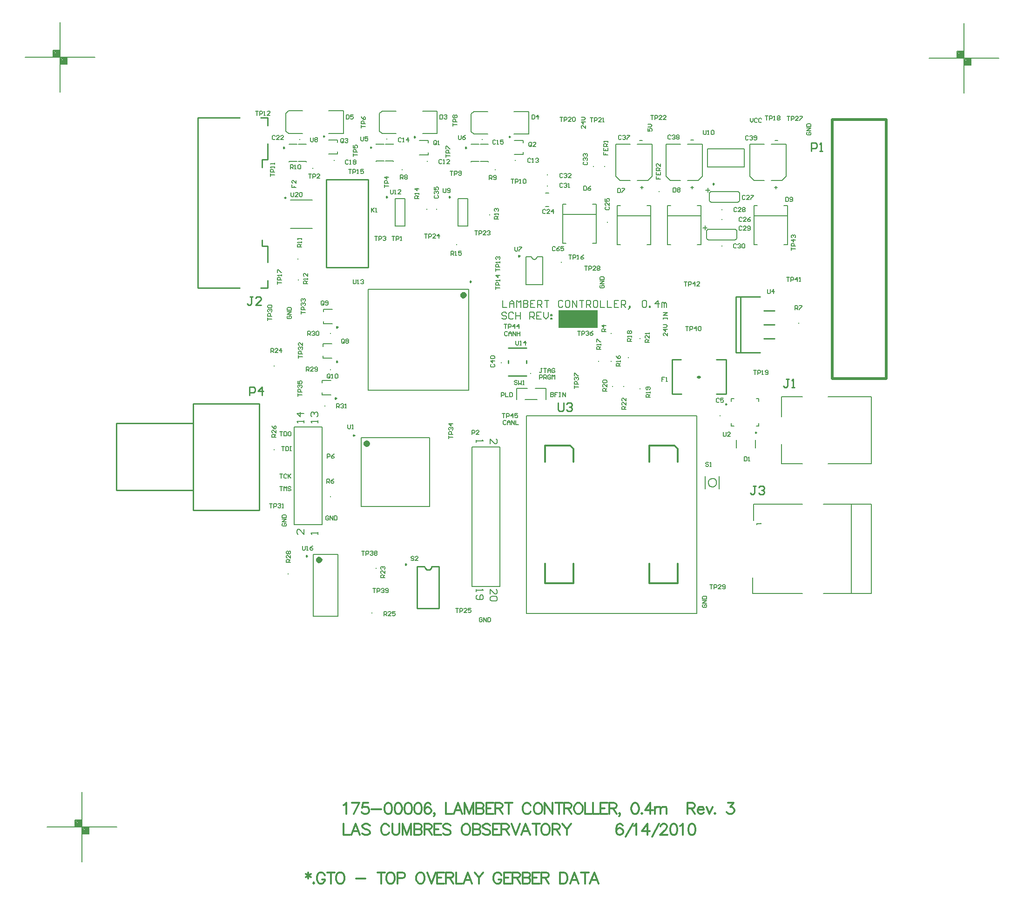
<source format=gto>
%FSLAX23Y23*%
%MOIN*%
G70*
G01*
G75*
G04 Layer_Color=65535*
%ADD10R,0.037X0.035*%
%ADD11R,0.037X0.035*%
%ADD12R,0.050X0.050*%
%ADD13R,0.075X0.063*%
%ADD14R,0.070X0.135*%
%ADD15R,0.094X0.130*%
%ADD16O,0.028X0.018*%
%ADD17R,0.067X0.067*%
%ADD18R,0.079X0.209*%
%ADD19R,0.067X0.014*%
%ADD20R,0.050X0.015*%
%ADD21R,0.039X0.059*%
%ADD22R,0.035X0.053*%
%ADD23R,0.053X0.053*%
%ADD24O,0.087X0.024*%
%ADD25R,0.050X0.050*%
%ADD26R,0.135X0.070*%
%ADD27R,0.030X0.125*%
%ADD28R,0.078X0.048*%
%ADD29R,0.067X0.040*%
%ADD30R,0.065X0.012*%
%ADD31R,0.065X0.024*%
%ADD32R,0.063X0.106*%
%ADD33R,0.150X0.110*%
%ADD34R,0.125X0.170*%
%ADD35R,0.110X0.030*%
%ADD36O,0.083X0.012*%
%ADD37O,0.012X0.083*%
%ADD38R,0.138X0.085*%
%ADD39R,0.043X0.085*%
%ADD40R,0.043X0.085*%
%ADD41R,0.047X0.055*%
%ADD42O,0.012X0.071*%
%ADD43O,0.071X0.012*%
%ADD44R,0.075X0.059*%
%ADD45R,0.017X0.017*%
%ADD46R,0.134X0.134*%
%ADD47O,0.010X0.035*%
%ADD48O,0.035X0.010*%
%ADD49C,0.010*%
%ADD50C,0.075*%
%ADD51C,0.020*%
%ADD52C,0.040*%
%ADD53C,0.007*%
%ADD54C,0.005*%
%ADD55C,0.012*%
%ADD56C,0.008*%
%ADD57C,0.012*%
%ADD58C,0.012*%
%ADD59C,0.059*%
%ADD60C,0.080*%
%ADD61R,0.080X0.080*%
%ADD62C,0.060*%
%ADD63C,0.020*%
%ADD64R,0.059X0.059*%
%ADD65C,0.157*%
%ADD66C,0.079*%
%ADD67C,0.087*%
%ADD68R,0.087X0.087*%
%ADD69C,0.250*%
%ADD70R,0.062X0.062*%
%ADD71C,0.062*%
%ADD72C,0.030*%
%ADD73C,0.024*%
%ADD74C,0.028*%
%ADD75C,0.050*%
%ADD76C,0.051*%
G04:AMPARAMS|DCode=77|XSize=100mil|YSize=100mil|CornerRadius=0mil|HoleSize=0mil|Usage=FLASHONLY|Rotation=0.000|XOffset=0mil|YOffset=0mil|HoleType=Round|Shape=Relief|Width=10mil|Gap=10mil|Entries=4|*
%AMTHD77*
7,0,0,0.100,0.080,0.010,45*
%
%ADD77THD77*%
%ADD78C,0.044*%
%ADD79C,0.059*%
%ADD80C,0.030*%
%ADD81C,0.055*%
%ADD82C,0.111*%
%ADD83C,0.056*%
%ADD84C,0.147*%
%ADD85C,0.067*%
%ADD86C,0.140*%
%ADD87C,0.055*%
%ADD88C,0.036*%
%ADD89C,0.071*%
%ADD90C,0.130*%
%ADD91C,0.103*%
%ADD92C,0.033*%
G04:AMPARAMS|DCode=93|XSize=70mil|YSize=70mil|CornerRadius=0mil|HoleSize=0mil|Usage=FLASHONLY|Rotation=0.000|XOffset=0mil|YOffset=0mil|HoleType=Round|Shape=Relief|Width=10mil|Gap=10mil|Entries=4|*
%AMTHD93*
7,0,0,0.070,0.050,0.010,45*
%
%ADD93THD93*%
%ADD94C,0.045*%
G04:AMPARAMS|DCode=95|XSize=90mil|YSize=90mil|CornerRadius=0mil|HoleSize=0mil|Usage=FLASHONLY|Rotation=0.000|XOffset=0mil|YOffset=0mil|HoleType=Round|Shape=Relief|Width=10mil|Gap=10mil|Entries=4|*
%AMTHD95*
7,0,0,0.090,0.070,0.010,45*
%
%ADD95THD95*%
G04:AMPARAMS|DCode=96|XSize=95.433mil|YSize=95.433mil|CornerRadius=0mil|HoleSize=0mil|Usage=FLASHONLY|Rotation=0.000|XOffset=0mil|YOffset=0mil|HoleType=Round|Shape=Relief|Width=10mil|Gap=10mil|Entries=4|*
%AMTHD96*
7,0,0,0.095,0.075,0.010,45*
%
%ADD96THD96*%
G04:AMPARAMS|DCode=97|XSize=150.551mil|YSize=150.551mil|CornerRadius=0mil|HoleSize=0mil|Usage=FLASHONLY|Rotation=0.000|XOffset=0mil|YOffset=0mil|HoleType=Round|Shape=Relief|Width=10mil|Gap=10mil|Entries=4|*
%AMTHD97*
7,0,0,0.151,0.131,0.010,45*
%
%ADD97THD97*%
G04:AMPARAMS|DCode=98|XSize=96.221mil|YSize=96.221mil|CornerRadius=0mil|HoleSize=0mil|Usage=FLASHONLY|Rotation=0.000|XOffset=0mil|YOffset=0mil|HoleType=Round|Shape=Relief|Width=10mil|Gap=10mil|Entries=4|*
%AMTHD98*
7,0,0,0.096,0.076,0.010,45*
%
%ADD98THD98*%
G04:AMPARAMS|DCode=99|XSize=107.244mil|YSize=107.244mil|CornerRadius=0mil|HoleSize=0mil|Usage=FLASHONLY|Rotation=0.000|XOffset=0mil|YOffset=0mil|HoleType=Round|Shape=Relief|Width=10mil|Gap=10mil|Entries=4|*
%AMTHD99*
7,0,0,0.107,0.087,0.010,45*
%
%ADD99THD99*%
G04:AMPARAMS|DCode=100|XSize=180mil|YSize=180mil|CornerRadius=0mil|HoleSize=0mil|Usage=FLASHONLY|Rotation=0.000|XOffset=0mil|YOffset=0mil|HoleType=Round|Shape=Relief|Width=10mil|Gap=10mil|Entries=4|*
%AMTHD100*
7,0,0,0.180,0.160,0.010,45*
%
%ADD100THD100*%
G04:AMPARAMS|DCode=101|XSize=95mil|YSize=95mil|CornerRadius=0mil|HoleSize=0mil|Usage=FLASHONLY|Rotation=0.000|XOffset=0mil|YOffset=0mil|HoleType=Round|Shape=Relief|Width=10mil|Gap=10mil|Entries=4|*
%AMTHD101*
7,0,0,0.095,0.075,0.010,45*
%
%ADD101THD101*%
G04:AMPARAMS|DCode=102|XSize=75.748mil|YSize=75.748mil|CornerRadius=0mil|HoleSize=0mil|Usage=FLASHONLY|Rotation=0.000|XOffset=0mil|YOffset=0mil|HoleType=Round|Shape=Relief|Width=10mil|Gap=10mil|Entries=4|*
%AMTHD102*
7,0,0,0.076,0.056,0.010,45*
%
%ADD102THD102*%
G04:AMPARAMS|DCode=103|XSize=111.181mil|YSize=111.181mil|CornerRadius=0mil|HoleSize=0mil|Usage=FLASHONLY|Rotation=0.000|XOffset=0mil|YOffset=0mil|HoleType=Round|Shape=Relief|Width=10mil|Gap=10mil|Entries=4|*
%AMTHD103*
7,0,0,0.111,0.091,0.010,45*
%
%ADD103THD103*%
G04:AMPARAMS|DCode=104|XSize=73mil|YSize=73mil|CornerRadius=0mil|HoleSize=0mil|Usage=FLASHONLY|Rotation=0.000|XOffset=0mil|YOffset=0mil|HoleType=Round|Shape=Relief|Width=10mil|Gap=10mil|Entries=4|*
%AMTHD104*
7,0,0,0.073,0.053,0.010,45*
%
%ADD104THD104*%
G04:AMPARAMS|DCode=105|XSize=85mil|YSize=85mil|CornerRadius=0mil|HoleSize=0mil|Usage=FLASHONLY|Rotation=0.000|XOffset=0mil|YOffset=0mil|HoleType=Round|Shape=Relief|Width=10mil|Gap=10mil|Entries=4|*
%AMTHD105*
7,0,0,0.085,0.065,0.010,45*
%
%ADD105THD105*%
%ADD106O,0.091X0.028*%
%ADD107R,0.048X0.078*%
%ADD108R,0.200X0.040*%
%ADD109R,0.200X0.150*%
%ADD110R,0.106X0.150*%
%ADD111R,0.098X0.268*%
%ADD112R,0.035X0.037*%
%ADD113R,0.035X0.037*%
%ADD114C,0.010*%
%ADD115C,0.010*%
%ADD116C,0.020*%
%ADD117C,0.008*%
%ADD118C,0.024*%
%ADD119C,0.012*%
%ADD120C,0.012*%
%ADD121C,0.007*%
%ADD122R,0.280X0.130*%
D49*
X20982Y11808D02*
X20975Y11813D01*
Y11804D01*
X20982Y11808D01*
X21113Y11793D02*
X21115Y11784D01*
X21120Y11776D01*
X21128Y11770D01*
X21138Y11768D01*
X21147Y11770D01*
X21155Y11776D01*
X21161Y11784D01*
X21163Y11793D01*
X20407Y14565D02*
X20707D01*
Y13935D02*
Y14565D01*
X20407Y13935D02*
X20707D01*
X20407D02*
Y14565D01*
X23375Y13326D02*
Y13727D01*
X23542Y13626D02*
X23618D01*
X23542Y13526D02*
X23618D01*
X23542Y13426D02*
X23618D01*
X23340Y13329D02*
X23343Y13326D01*
X23515D01*
X23340D02*
Y13727D01*
X23514D01*
X23515Y13726D01*
X21842Y13251D02*
Y13271D01*
X21712Y13251D02*
Y13271D01*
Y13361D02*
X21842D01*
X21712Y13161D02*
X21842D01*
X21059Y11793D02*
X21113D01*
X21163D02*
X21216D01*
Y11493D02*
Y11793D01*
X21059Y11493D02*
X21216D01*
X21059D02*
Y11793D01*
X19489Y13788D02*
Y15008D01*
X19949Y14653D02*
Y14708D01*
Y14088D02*
Y14133D01*
X19989Y13973D02*
Y14088D01*
Y13788D02*
Y13843D01*
Y14708D02*
Y14823D01*
Y14953D02*
Y15008D01*
X19489Y13788D02*
X19789D01*
X19939D02*
X19989D01*
X19489Y15008D02*
X19789D01*
X19939D02*
X19989D01*
X19949Y14708D02*
X19989D01*
X19949Y14088D02*
X19989D01*
X19455Y12578D02*
Y12960D01*
X19927D01*
Y12602D02*
Y12960D01*
X19455Y12197D02*
X19927D01*
Y12602D01*
X18904Y12338D02*
X19455D01*
X18904D02*
Y12819D01*
X19455D01*
Y12197D02*
Y12578D01*
X23723Y13135D02*
X23703D01*
X23713D01*
Y13085D01*
X23703Y13075D01*
X23693D01*
X23683Y13085D01*
X23743Y13075D02*
X23763D01*
X23753D01*
Y13135D01*
X23743Y13125D01*
X19882Y13725D02*
X19862D01*
X19872D01*
Y13675D01*
X19862Y13665D01*
X19852D01*
X19842Y13675D01*
X19942Y13665D02*
X19902D01*
X19942Y13705D01*
Y13715D01*
X19932Y13725D01*
X19912D01*
X19902Y13715D01*
X23484Y12369D02*
X23464D01*
X23474D01*
Y12319D01*
X23464Y12309D01*
X23454D01*
X23444Y12319D01*
X23504Y12359D02*
X23514Y12369D01*
X23534D01*
X23544Y12359D01*
Y12349D01*
X23534Y12339D01*
X23524D01*
X23534D01*
X23544Y12329D01*
Y12319D01*
X23534Y12309D01*
X23514D01*
X23504Y12319D01*
X23882Y14771D02*
Y14831D01*
X23912D01*
X23922Y14821D01*
Y14801D01*
X23912Y14791D01*
X23882D01*
X23942Y14771D02*
X23962D01*
X23952D01*
Y14831D01*
X23942Y14821D01*
X19859Y13021D02*
Y13081D01*
X19889D01*
X19899Y13071D01*
Y13051D01*
X19889Y13041D01*
X19859D01*
X19949Y13021D02*
Y13081D01*
X19919Y13051D01*
X19959D01*
X22067Y12967D02*
Y12917D01*
X22077Y12907D01*
X22097D01*
X22107Y12917D01*
Y12967D01*
X22127Y12957D02*
X22137Y12967D01*
X22157D01*
X22167Y12957D01*
Y12947D01*
X22157Y12937D01*
X22147D01*
X22157D01*
X22167Y12927D01*
Y12917D01*
X22157Y12907D01*
X22137D01*
X22127Y12917D01*
D51*
X24417Y13141D02*
Y14068D01*
X24031Y13141D02*
X24417D01*
X24031D02*
Y14996D01*
X24417D01*
Y14068D02*
Y14996D01*
D53*
X23203Y12393D02*
X23201Y12403D01*
X23197Y12412D01*
X23190Y12419D01*
X23180Y12423D01*
X23171Y12423D01*
X23161Y12421D01*
X23153Y12416D01*
X23147Y12408D01*
X23144Y12398D01*
Y12389D01*
X23147Y12379D01*
X23153Y12371D01*
X23161Y12366D01*
X23171Y12364D01*
X23180Y12364D01*
X23190Y12368D01*
X23197Y12375D01*
X23201Y12384D01*
X23203Y12393D01*
X23100Y14591D02*
Y14821D01*
X23070Y14561D02*
X23100Y14591D01*
X22995Y14561D02*
X23070D01*
X22870D02*
X22945D01*
X22840Y14591D02*
X22870Y14561D01*
X22840Y14591D02*
Y14821D01*
X22945D01*
X22995D02*
X23100D01*
X22740Y14591D02*
Y14821D01*
X22710Y14561D02*
X22740Y14591D01*
X22635Y14561D02*
X22710D01*
X22510D02*
X22585D01*
X22480Y14591D02*
X22510Y14561D01*
X22480Y14591D02*
Y14821D01*
X22585D01*
X22635D02*
X22740D01*
X23700Y14591D02*
Y14821D01*
X23670Y14561D02*
X23700Y14591D01*
X23595Y14561D02*
X23670D01*
X23470D02*
X23545D01*
X23440Y14591D02*
X23470Y14561D01*
X23440Y14591D02*
Y14821D01*
X23545D01*
X23595D02*
X23700D01*
X23121Y14206D02*
Y14236D01*
X23106Y14221D02*
X23136D01*
X23126Y14491D02*
X23156D01*
X23141Y14476D02*
Y14506D01*
X23223Y12348D02*
Y12438D01*
X23123Y12348D02*
Y12438D01*
X23669Y13009D02*
X23817D01*
X23669Y12528D02*
X23817D01*
X23669Y12867D02*
Y13009D01*
Y12528D02*
Y12670D01*
X24312Y12528D02*
Y13009D01*
X24002Y12528D02*
X24312D01*
X24002Y13009D02*
X24312D01*
X23462Y11598D02*
X23817D01*
X23462D02*
Y11713D01*
X23467Y12123D02*
Y12238D01*
X23817D01*
X23967Y11598D02*
X24167D01*
Y12238D01*
X23967D02*
X24167D01*
X24312D01*
Y11598D02*
Y12238D01*
X24167Y11598D02*
X24312D01*
D54*
X22315Y14391D02*
X22340D01*
Y14111D02*
Y14391D01*
X22315Y14111D02*
X22340D01*
X22100D02*
X22125D01*
X22100D02*
Y14391D01*
X22125D01*
X22100Y14316D02*
X22340D01*
X23685Y14381D02*
X23710D01*
Y14101D02*
Y14381D01*
X23685Y14101D02*
X23710D01*
X23470D02*
X23495D01*
X23470D02*
Y14381D01*
X23495D01*
X23470Y14306D02*
X23710D01*
X23065Y14381D02*
X23090D01*
Y14101D02*
Y14381D01*
X23065Y14101D02*
X23090D01*
X22850D02*
X22875D01*
X22850D02*
Y14381D01*
X22875D01*
X22850Y14306D02*
X23090D01*
X22705Y14381D02*
X22730D01*
Y14101D02*
Y14381D01*
X22705Y14101D02*
X22730D01*
X22490D02*
X22515D01*
X22490D02*
Y14381D01*
X22515D01*
X22490Y14306D02*
X22730D01*
X21879Y14808D02*
Y14828D01*
X21874Y14833D01*
X21864D01*
X21859Y14828D01*
Y14808D01*
X21864Y14803D01*
X21874D01*
X21869Y14813D02*
X21879Y14803D01*
X21874D02*
X21879Y14808D01*
X21909Y14803D02*
X21889D01*
X21909Y14823D01*
Y14828D01*
X21904Y14833D01*
X21894D01*
X21889Y14828D01*
X20150Y14642D02*
Y14672D01*
X20165D01*
X20170Y14667D01*
Y14657D01*
X20165Y14652D01*
X20150D01*
X20160D02*
X20170Y14642D01*
X20180D02*
X20190D01*
X20185D01*
Y14672D01*
X20180Y14667D01*
X20205D02*
X20210Y14672D01*
X20220D01*
X20225Y14667D01*
Y14647D01*
X20220Y14642D01*
X20210D01*
X20205Y14647D01*
Y14667D01*
X20162Y14531D02*
Y14511D01*
X20177D01*
Y14521D01*
Y14511D01*
X20192D01*
Y14561D02*
Y14541D01*
X20172Y14561D01*
X20167D01*
X20162Y14556D01*
Y14546D01*
X20167Y14541D01*
X20007Y14590D02*
Y14610D01*
Y14600D01*
X20037D01*
Y14620D02*
X20007D01*
Y14635D01*
X20012Y14640D01*
X20022D01*
X20027Y14635D01*
Y14620D01*
X20037Y14650D02*
Y14660D01*
Y14655D01*
X20007D01*
X20012Y14650D01*
X20037Y14675D02*
Y14685D01*
Y14680D01*
X20007D01*
X20012Y14675D01*
X21620Y14845D02*
X21615Y14850D01*
X21605D01*
X21600Y14845D01*
Y14825D01*
X21605Y14820D01*
X21615D01*
X21620Y14825D01*
X21630Y14820D02*
X21640D01*
X21635D01*
Y14850D01*
X21630Y14845D01*
X21675Y14850D02*
X21655D01*
Y14835D01*
X21665Y14840D01*
X21670D01*
X21675Y14835D01*
Y14825D01*
X21670Y14820D01*
X21660D01*
X21655Y14825D01*
X21576Y14565D02*
Y14595D01*
X21591D01*
X21596Y14590D01*
Y14580D01*
X21591Y14575D01*
X21576D01*
X21586D02*
X21596Y14565D01*
X21606Y14570D02*
X21611Y14565D01*
X21621D01*
X21626Y14570D01*
Y14590D01*
X21621Y14595D01*
X21611D01*
X21606Y14590D01*
Y14585D01*
X21611Y14580D01*
X21626D01*
X21880Y15030D02*
Y15000D01*
X21895D01*
X21900Y15005D01*
Y15025D01*
X21895Y15030D01*
X21880D01*
X21925Y15000D02*
Y15030D01*
X21910Y15015D01*
X21930D01*
X20939Y14569D02*
Y14599D01*
X20954D01*
X20959Y14594D01*
Y14584D01*
X20954Y14579D01*
X20939D01*
X20949D02*
X20959Y14569D01*
X20969Y14594D02*
X20974Y14599D01*
X20984D01*
X20989Y14594D01*
Y14589D01*
X20984Y14584D01*
X20989Y14579D01*
Y14574D01*
X20984Y14569D01*
X20974D01*
X20969Y14574D01*
Y14579D01*
X20974Y14584D01*
X20969Y14589D01*
Y14594D01*
X20974Y14584D02*
X20984D01*
X20945Y14861D02*
X20940Y14866D01*
X20930D01*
X20925Y14861D01*
Y14841D01*
X20930Y14836D01*
X20940D01*
X20945Y14841D01*
X20955Y14836D02*
X20965D01*
X20960D01*
Y14866D01*
X20955Y14861D01*
X20995Y14836D02*
Y14866D01*
X20980Y14851D01*
X21000D01*
X21223Y15031D02*
Y15001D01*
X21238D01*
X21243Y15006D01*
Y15026D01*
X21238Y15031D01*
X21223D01*
X21253Y15026D02*
X21258Y15031D01*
X21268D01*
X21273Y15026D01*
Y15021D01*
X21268Y15016D01*
X21263D01*
X21268D01*
X21273Y15011D01*
Y15006D01*
X21268Y15001D01*
X21258D01*
X21253Y15006D01*
X20043Y14877D02*
X20038Y14882D01*
X20028D01*
X20023Y14877D01*
Y14857D01*
X20028Y14852D01*
X20038D01*
X20043Y14857D01*
X20073Y14852D02*
X20053D01*
X20073Y14872D01*
Y14877D01*
X20068Y14882D01*
X20058D01*
X20053Y14877D01*
X20103Y14852D02*
X20083D01*
X20103Y14872D01*
Y14877D01*
X20098Y14882D01*
X20088D01*
X20083Y14877D01*
X20533Y14836D02*
Y14856D01*
X20528Y14861D01*
X20518D01*
X20513Y14856D01*
Y14836D01*
X20518Y14831D01*
X20528D01*
X20523Y14841D02*
X20533Y14831D01*
X20528D02*
X20533Y14836D01*
X20543Y14856D02*
X20548Y14861D01*
X20558D01*
X20563Y14856D01*
Y14851D01*
X20558Y14846D01*
X20553D01*
X20558D01*
X20563Y14841D01*
Y14836D01*
X20558Y14831D01*
X20548D01*
X20543Y14836D01*
X20551Y15030D02*
Y15000D01*
X20566D01*
X20571Y15005D01*
Y15025D01*
X20566Y15030D01*
X20551D01*
X20601D02*
X20581D01*
Y15015D01*
X20591Y15020D01*
X20596D01*
X20601Y15015D01*
Y15005D01*
X20596Y15000D01*
X20586D01*
X20581Y15005D01*
X20296Y14867D02*
Y14842D01*
X20301Y14837D01*
X20311D01*
X20316Y14842D01*
Y14867D01*
X20326Y14862D02*
X20331Y14867D01*
X20341D01*
X20346Y14862D01*
Y14857D01*
X20341Y14852D01*
X20346Y14847D01*
Y14842D01*
X20341Y14837D01*
X20331D01*
X20326Y14842D01*
Y14847D01*
X20331Y14852D01*
X20326Y14857D01*
Y14862D01*
X20331Y14852D02*
X20341D01*
X20156Y14473D02*
Y14448D01*
X20161Y14443D01*
X20171D01*
X20176Y14448D01*
Y14473D01*
X20206Y14443D02*
X20186D01*
X20206Y14463D01*
Y14468D01*
X20201Y14473D01*
X20191D01*
X20186Y14468D01*
X20216D02*
X20221Y14473D01*
X20231D01*
X20236Y14468D01*
Y14448D01*
X20231Y14443D01*
X20221D01*
X20216Y14448D01*
Y14468D01*
X21669Y12889D02*
X21689D01*
X21679D01*
Y12859D01*
X21699D02*
Y12889D01*
X21714D01*
X21719Y12884D01*
Y12874D01*
X21714Y12869D01*
X21699D01*
X21744Y12859D02*
Y12889D01*
X21729Y12874D01*
X21749D01*
X21779Y12889D02*
X21759D01*
Y12874D01*
X21769Y12879D01*
X21774D01*
X21779Y12874D01*
Y12864D01*
X21774Y12859D01*
X21764D01*
X21759Y12864D01*
X21683Y13528D02*
X21703D01*
X21693D01*
Y13498D01*
X21713D02*
Y13528D01*
X21728D01*
X21733Y13523D01*
Y13513D01*
X21728Y13508D01*
X21713D01*
X21758Y13498D02*
Y13528D01*
X21743Y13513D01*
X21763D01*
X21788Y13498D02*
Y13528D01*
X21773Y13513D01*
X21793D01*
X21775Y13122D02*
X21770Y13127D01*
X21760D01*
X21755Y13122D01*
Y13117D01*
X21760Y13112D01*
X21770D01*
X21775Y13107D01*
Y13102D01*
X21770Y13097D01*
X21760D01*
X21755Y13102D01*
X21785Y13127D02*
Y13097D01*
X21795Y13107D01*
X21805Y13097D01*
Y13127D01*
X21815Y13097D02*
X21825D01*
X21820D01*
Y13127D01*
X21815Y13122D01*
X23223Y12994D02*
X23218Y12999D01*
X23208D01*
X23203Y12994D01*
Y12974D01*
X23208Y12969D01*
X23218D01*
X23223Y12974D01*
X23253Y12999D02*
X23233D01*
Y12984D01*
X23243Y12989D01*
X23248D01*
X23253Y12984D01*
Y12974D01*
X23248Y12969D01*
X23238D01*
X23233Y12974D01*
X21236Y14705D02*
X21231Y14710D01*
X21221D01*
X21216Y14705D01*
Y14685D01*
X21221Y14680D01*
X21231D01*
X21236Y14685D01*
X21246Y14680D02*
X21256D01*
X21251D01*
Y14710D01*
X21246Y14705D01*
X21291Y14680D02*
X21271D01*
X21291Y14700D01*
Y14705D01*
X21286Y14710D01*
X21276D01*
X21271Y14705D01*
X21872Y14713D02*
X21867Y14718D01*
X21857D01*
X21852Y14713D01*
Y14693D01*
X21857Y14688D01*
X21867D01*
X21872Y14693D01*
X21882Y14688D02*
X21892D01*
X21887D01*
Y14718D01*
X21882Y14713D01*
X21907D02*
X21912Y14718D01*
X21922D01*
X21927Y14713D01*
Y14708D01*
X21922Y14703D01*
X21917D01*
X21922D01*
X21927Y14698D01*
Y14693D01*
X21922Y14688D01*
X21912D01*
X21907Y14693D01*
X20565Y14702D02*
X20560Y14707D01*
X20550D01*
X20545Y14702D01*
Y14682D01*
X20550Y14677D01*
X20560D01*
X20565Y14682D01*
X20575Y14677D02*
X20585D01*
X20580D01*
Y14707D01*
X20575Y14702D01*
X20600D02*
X20605Y14707D01*
X20615D01*
X20620Y14702D01*
Y14697D01*
X20615Y14692D01*
X20620Y14687D01*
Y14682D01*
X20615Y14677D01*
X20605D01*
X20600Y14682D01*
Y14687D01*
X20605Y14692D01*
X20600Y14697D01*
Y14702D01*
X20605Y14692D02*
X20615D01*
X21979Y14347D02*
X21974Y14352D01*
X21964D01*
X21959Y14347D01*
Y14327D01*
X21964Y14322D01*
X21974D01*
X21979Y14327D01*
X22009Y14322D02*
X21989D01*
X22009Y14342D01*
Y14347D01*
X22004Y14352D01*
X21994D01*
X21989Y14347D01*
X22034Y14322D02*
Y14352D01*
X22019Y14337D01*
X22039D01*
X22410Y14371D02*
X22405Y14366D01*
Y14356D01*
X22410Y14351D01*
X22430D01*
X22435Y14356D01*
Y14366D01*
X22430Y14371D01*
X22435Y14401D02*
Y14381D01*
X22415Y14401D01*
X22410D01*
X22405Y14396D01*
Y14386D01*
X22410Y14381D01*
X22405Y14431D02*
Y14411D01*
X22420D01*
X22415Y14421D01*
Y14426D01*
X22420Y14431D01*
X22430D01*
X22435Y14426D01*
Y14416D01*
X22430Y14411D01*
X23385Y14291D02*
X23380Y14296D01*
X23370D01*
X23365Y14291D01*
Y14271D01*
X23370Y14266D01*
X23380D01*
X23385Y14271D01*
X23415Y14266D02*
X23395D01*
X23415Y14286D01*
Y14291D01*
X23410Y14296D01*
X23400D01*
X23395Y14291D01*
X23445Y14296D02*
X23435Y14291D01*
X23425Y14281D01*
Y14271D01*
X23430Y14266D01*
X23440D01*
X23445Y14271D01*
Y14276D01*
X23440Y14281D01*
X23425D01*
X23408Y14448D02*
X23403Y14453D01*
X23393D01*
X23388Y14448D01*
Y14428D01*
X23393Y14423D01*
X23403D01*
X23408Y14428D01*
X23438Y14423D02*
X23418D01*
X23438Y14443D01*
Y14448D01*
X23433Y14453D01*
X23423D01*
X23418Y14448D01*
X23448Y14453D02*
X23468D01*
Y14448D01*
X23448Y14428D01*
Y14423D01*
X23347Y14360D02*
X23342Y14365D01*
X23332D01*
X23327Y14360D01*
Y14340D01*
X23332Y14335D01*
X23342D01*
X23347Y14340D01*
X23377Y14335D02*
X23357D01*
X23377Y14355D01*
Y14360D01*
X23372Y14365D01*
X23362D01*
X23357Y14360D01*
X23387D02*
X23392Y14365D01*
X23402D01*
X23407Y14360D01*
Y14355D01*
X23402Y14350D01*
X23407Y14345D01*
Y14340D01*
X23402Y14335D01*
X23392D01*
X23387Y14340D01*
Y14345D01*
X23392Y14350D01*
X23387Y14355D01*
Y14360D01*
X23392Y14350D02*
X23402D01*
X23384Y14227D02*
X23379Y14232D01*
X23369D01*
X23364Y14227D01*
Y14207D01*
X23369Y14202D01*
X23379D01*
X23384Y14207D01*
X23414Y14202D02*
X23394D01*
X23414Y14222D01*
Y14227D01*
X23409Y14232D01*
X23399D01*
X23394Y14227D01*
X23424Y14207D02*
X23429Y14202D01*
X23439D01*
X23444Y14207D01*
Y14227D01*
X23439Y14232D01*
X23429D01*
X23424Y14227D01*
Y14222D01*
X23429Y14217D01*
X23444D01*
X23346Y14100D02*
X23341Y14105D01*
X23331D01*
X23326Y14100D01*
Y14080D01*
X23331Y14075D01*
X23341D01*
X23346Y14080D01*
X23356Y14100D02*
X23361Y14105D01*
X23371D01*
X23376Y14100D01*
Y14095D01*
X23371Y14090D01*
X23366D01*
X23371D01*
X23376Y14085D01*
Y14080D01*
X23371Y14075D01*
X23361D01*
X23356Y14080D01*
X23386Y14100D02*
X23391Y14105D01*
X23401D01*
X23406Y14100D01*
Y14080D01*
X23401Y14075D01*
X23391D01*
X23386Y14080D01*
Y14100D01*
X22100Y14536D02*
X22095Y14541D01*
X22085D01*
X22080Y14536D01*
Y14516D01*
X22085Y14511D01*
X22095D01*
X22100Y14516D01*
X22110Y14536D02*
X22115Y14541D01*
X22125D01*
X22130Y14536D01*
Y14531D01*
X22125Y14526D01*
X22120D01*
X22125D01*
X22130Y14521D01*
Y14516D01*
X22125Y14511D01*
X22115D01*
X22110Y14516D01*
X22140Y14511D02*
X22150D01*
X22145D01*
Y14541D01*
X22140Y14536D01*
X22100Y14606D02*
X22095Y14611D01*
X22085D01*
X22080Y14606D01*
Y14586D01*
X22085Y14581D01*
X22095D01*
X22100Y14586D01*
X22110Y14606D02*
X22115Y14611D01*
X22125D01*
X22130Y14606D01*
Y14601D01*
X22125Y14596D01*
X22120D01*
X22125D01*
X22130Y14591D01*
Y14586D01*
X22125Y14581D01*
X22115D01*
X22110Y14586D01*
X22160Y14581D02*
X22140D01*
X22160Y14601D01*
Y14606D01*
X22155Y14611D01*
X22145D01*
X22140Y14606D01*
X22254Y14692D02*
X22249Y14687D01*
Y14677D01*
X22254Y14672D01*
X22274D01*
X22279Y14677D01*
Y14687D01*
X22274Y14692D01*
X22254Y14702D02*
X22249Y14707D01*
Y14717D01*
X22254Y14722D01*
X22259D01*
X22264Y14717D01*
Y14712D01*
Y14717D01*
X22269Y14722D01*
X22274D01*
X22279Y14717D01*
Y14707D01*
X22274Y14702D01*
X22254Y14732D02*
X22249Y14737D01*
Y14747D01*
X22254Y14752D01*
X22259D01*
X22264Y14747D01*
Y14742D01*
Y14747D01*
X22269Y14752D01*
X22274D01*
X22279Y14747D01*
Y14737D01*
X22274Y14732D01*
X21186Y14452D02*
X21181Y14447D01*
Y14437D01*
X21186Y14432D01*
X21206D01*
X21211Y14437D01*
Y14447D01*
X21206Y14452D01*
X21186Y14462D02*
X21181Y14467D01*
Y14477D01*
X21186Y14482D01*
X21191D01*
X21196Y14477D01*
Y14472D01*
Y14477D01*
X21201Y14482D01*
X21206D01*
X21211Y14477D01*
Y14467D01*
X21206Y14462D01*
X21181Y14512D02*
Y14492D01*
X21196D01*
X21191Y14502D01*
Y14507D01*
X21196Y14512D01*
X21206D01*
X21211Y14507D01*
Y14497D01*
X21206Y14492D01*
X22520Y14878D02*
X22515Y14883D01*
X22505D01*
X22500Y14878D01*
Y14858D01*
X22505Y14853D01*
X22515D01*
X22520Y14858D01*
X22530Y14878D02*
X22535Y14883D01*
X22545D01*
X22550Y14878D01*
Y14873D01*
X22545Y14868D01*
X22540D01*
X22545D01*
X22550Y14863D01*
Y14858D01*
X22545Y14853D01*
X22535D01*
X22530Y14858D01*
X22560Y14883D02*
X22580D01*
Y14878D01*
X22560Y14858D01*
Y14853D01*
X22875Y14881D02*
X22870Y14886D01*
X22860D01*
X22855Y14881D01*
Y14861D01*
X22860Y14856D01*
X22870D01*
X22875Y14861D01*
X22885Y14881D02*
X22890Y14886D01*
X22900D01*
X22905Y14881D01*
Y14876D01*
X22900Y14871D01*
X22895D01*
X22900D01*
X22905Y14866D01*
Y14861D01*
X22900Y14856D01*
X22890D01*
X22885Y14861D01*
X22915Y14881D02*
X22920Y14886D01*
X22930D01*
X22935Y14881D01*
Y14876D01*
X22930Y14871D01*
X22935Y14866D01*
Y14861D01*
X22930Y14856D01*
X22920D01*
X22915Y14861D01*
Y14866D01*
X22920Y14871D01*
X22915Y14876D01*
Y14881D01*
X22920Y14871D02*
X22930D01*
X23430Y14876D02*
X23425Y14881D01*
X23415D01*
X23410Y14876D01*
Y14856D01*
X23415Y14851D01*
X23425D01*
X23430Y14856D01*
X23440Y14876D02*
X23445Y14881D01*
X23455D01*
X23460Y14876D01*
Y14871D01*
X23455Y14866D01*
X23450D01*
X23455D01*
X23460Y14861D01*
Y14856D01*
X23455Y14851D01*
X23445D01*
X23440Y14856D01*
X23470D02*
X23475Y14851D01*
X23485D01*
X23490Y14856D01*
Y14876D01*
X23485Y14881D01*
X23475D01*
X23470Y14876D01*
Y14871D01*
X23475Y14866D01*
X23490D01*
X21589Y13242D02*
X21584Y13237D01*
Y13227D01*
X21589Y13222D01*
X21609D01*
X21614Y13227D01*
Y13237D01*
X21609Y13242D01*
X21614Y13267D02*
X21584D01*
X21599Y13252D01*
Y13272D01*
X21589Y13282D02*
X21584Y13287D01*
Y13297D01*
X21589Y13302D01*
X21609D01*
X21614Y13297D01*
Y13287D01*
X21609Y13282D01*
X21589D01*
X23401Y12578D02*
Y12548D01*
X23416D01*
X23421Y12553D01*
Y12573D01*
X23416Y12578D01*
X23401D01*
X23431Y12548D02*
X23441D01*
X23436D01*
Y12578D01*
X23431Y12573D01*
X22253Y14518D02*
Y14488D01*
X22268D01*
X22273Y14493D01*
Y14513D01*
X22268Y14518D01*
X22253D01*
X22303D02*
X22293Y14513D01*
X22283Y14503D01*
Y14493D01*
X22288Y14488D01*
X22298D01*
X22303Y14493D01*
Y14498D01*
X22298Y14503D01*
X22283D01*
X22496Y14502D02*
Y14472D01*
X22511D01*
X22516Y14477D01*
Y14497D01*
X22511Y14502D01*
X22496D01*
X22526D02*
X22546D01*
Y14497D01*
X22526Y14477D01*
Y14472D01*
X22893Y14507D02*
Y14477D01*
X22908D01*
X22913Y14482D01*
Y14502D01*
X22908Y14507D01*
X22893D01*
X22923Y14502D02*
X22928Y14507D01*
X22938D01*
X22943Y14502D01*
Y14497D01*
X22938Y14492D01*
X22943Y14487D01*
Y14482D01*
X22938Y14477D01*
X22928D01*
X22923Y14482D01*
Y14487D01*
X22928Y14492D01*
X22923Y14497D01*
Y14502D01*
X22928Y14492D02*
X22938D01*
X23698Y14439D02*
Y14409D01*
X23713D01*
X23718Y14414D01*
Y14434D01*
X23713Y14439D01*
X23698D01*
X23728Y14414D02*
X23733Y14409D01*
X23743D01*
X23748Y14414D01*
Y14434D01*
X23743Y14439D01*
X23733D01*
X23728Y14434D01*
Y14429D01*
X23733Y14424D01*
X23748D01*
X22830Y13151D02*
X22810D01*
Y13136D01*
X22820D01*
X22810D01*
Y13121D01*
X22840D02*
X22850D01*
X22845D01*
Y13151D01*
X22840Y13146D01*
X22394Y14764D02*
Y14744D01*
X22409D01*
Y14754D01*
Y14744D01*
X22424D01*
X22394Y14794D02*
Y14774D01*
X22424D01*
Y14794D01*
X22409Y14774D02*
Y14784D01*
X22424Y14804D02*
X22394D01*
Y14819D01*
X22399Y14824D01*
X22409D01*
X22414Y14819D01*
Y14804D01*
Y14814D02*
X22424Y14824D01*
Y14834D02*
Y14844D01*
Y14839D01*
X22394D01*
X22399Y14834D01*
X22770Y14591D02*
Y14571D01*
X22785D01*
Y14581D01*
Y14571D01*
X22800D01*
X22770Y14621D02*
Y14601D01*
X22800D01*
Y14621D01*
X22785Y14601D02*
Y14611D01*
X22800Y14631D02*
X22770D01*
Y14646D01*
X22775Y14651D01*
X22785D01*
X22790Y14646D01*
Y14631D01*
Y14641D02*
X22800Y14651D01*
Y14681D02*
Y14661D01*
X22780Y14681D01*
X22775D01*
X22770Y14676D01*
Y14666D01*
X22775Y14661D01*
X20730Y14364D02*
Y14334D01*
Y14344D01*
X20750Y14364D01*
X20735Y14349D01*
X20750Y14334D01*
X20760D02*
X20770D01*
X20765D01*
Y14364D01*
X20760Y14359D01*
X21453Y12739D02*
Y12769D01*
X21468D01*
X21473Y12764D01*
Y12754D01*
X21468Y12749D01*
X21453D01*
X21503Y12739D02*
X21483D01*
X21503Y12759D01*
Y12764D01*
X21498Y12769D01*
X21488D01*
X21483Y12764D01*
X20414Y12568D02*
Y12598D01*
X20429D01*
X20434Y12593D01*
Y12583D01*
X20429Y12578D01*
X20414D01*
X20464Y12598D02*
X20454Y12593D01*
X20444Y12583D01*
Y12573D01*
X20449Y12568D01*
X20459D01*
X20464Y12573D01*
Y12578D01*
X20459Y12583D01*
X20444D01*
X21197Y14821D02*
Y14841D01*
X21192Y14846D01*
X21182D01*
X21177Y14841D01*
Y14821D01*
X21182Y14816D01*
X21192D01*
X21187Y14826D02*
X21197Y14816D01*
X21192D02*
X21197Y14821D01*
X21207Y14816D02*
X21217D01*
X21212D01*
Y14846D01*
X21207Y14841D01*
X20537Y13399D02*
Y13419D01*
X20532Y13424D01*
X20522D01*
X20517Y13419D01*
Y13399D01*
X20522Y13394D01*
X20532D01*
X20527Y13404D02*
X20537Y13394D01*
X20532D02*
X20537Y13399D01*
X20547Y13419D02*
X20552Y13424D01*
X20562D01*
X20567Y13419D01*
Y13414D01*
X20562Y13409D01*
X20567Y13404D01*
Y13399D01*
X20562Y13394D01*
X20552D01*
X20547Y13399D01*
Y13404D01*
X20552Y13409D01*
X20547Y13414D01*
Y13419D01*
X20552Y13409D02*
X20562D01*
X20391Y13672D02*
Y13692D01*
X20386Y13697D01*
X20376D01*
X20371Y13692D01*
Y13672D01*
X20376Y13667D01*
X20386D01*
X20381Y13677D02*
X20391Y13667D01*
X20386D02*
X20391Y13672D01*
X20401D02*
X20406Y13667D01*
X20416D01*
X20421Y13672D01*
Y13692D01*
X20416Y13697D01*
X20406D01*
X20401Y13692D01*
Y13687D01*
X20406Y13682D01*
X20421D01*
X20436Y13147D02*
Y13167D01*
X20431Y13172D01*
X20421D01*
X20416Y13167D01*
Y13147D01*
X20421Y13142D01*
X20431D01*
X20426Y13152D02*
X20436Y13142D01*
X20431D02*
X20436Y13147D01*
X20446Y13142D02*
X20456D01*
X20451D01*
Y13172D01*
X20446Y13167D01*
X20471D02*
X20476Y13172D01*
X20486D01*
X20491Y13167D01*
Y13147D01*
X20486Y13142D01*
X20476D01*
X20471Y13147D01*
Y13167D01*
X22411Y13476D02*
X22381D01*
Y13491D01*
X22386Y13496D01*
X22396D01*
X22401Y13491D01*
Y13476D01*
Y13486D02*
X22411Y13496D01*
Y13521D02*
X22381D01*
X22396Y13506D01*
Y13526D01*
X20412Y12391D02*
Y12421D01*
X20427D01*
X20432Y12416D01*
Y12406D01*
X20427Y12401D01*
X20412D01*
X20422D02*
X20432Y12391D01*
X20462Y12421D02*
X20452Y12416D01*
X20442Y12406D01*
Y12396D01*
X20447Y12391D01*
X20457D01*
X20462Y12396D01*
Y12401D01*
X20457Y12406D01*
X20442D01*
X23766Y13632D02*
Y13662D01*
X23781D01*
X23786Y13657D01*
Y13647D01*
X23781Y13642D01*
X23766D01*
X23776D02*
X23786Y13632D01*
X23796Y13662D02*
X23816D01*
Y13657D01*
X23796Y13637D01*
Y13632D01*
X20231Y14082D02*
X20201D01*
Y14097D01*
X20206Y14102D01*
X20216D01*
X20221Y14097D01*
Y14082D01*
Y14092D02*
X20231Y14102D01*
Y14112D02*
Y14122D01*
Y14117D01*
X20201D01*
X20206Y14112D01*
X20231Y14137D02*
Y14147D01*
Y14142D01*
X20201D01*
X20206Y14137D01*
X20274Y13818D02*
X20244D01*
Y13833D01*
X20249Y13838D01*
X20259D01*
X20264Y13833D01*
Y13818D01*
Y13828D02*
X20274Y13838D01*
Y13848D02*
Y13858D01*
Y13853D01*
X20244D01*
X20249Y13848D01*
X20274Y13893D02*
Y13873D01*
X20254Y13893D01*
X20249D01*
X20244Y13888D01*
Y13878D01*
X20249Y13873D01*
X21642Y14284D02*
X21612D01*
Y14299D01*
X21617Y14304D01*
X21627D01*
X21632Y14299D01*
Y14284D01*
Y14294D02*
X21642Y14304D01*
Y14314D02*
Y14324D01*
Y14319D01*
X21612D01*
X21617Y14314D01*
Y14339D02*
X21612Y14344D01*
Y14354D01*
X21617Y14359D01*
X21622D01*
X21627Y14354D01*
Y14349D01*
Y14354D01*
X21632Y14359D01*
X21637D01*
X21642Y14354D01*
Y14344D01*
X21637Y14339D01*
X21072Y14430D02*
X21042D01*
Y14445D01*
X21047Y14450D01*
X21057D01*
X21062Y14445D01*
Y14430D01*
Y14440D02*
X21072Y14450D01*
Y14460D02*
Y14470D01*
Y14465D01*
X21042D01*
X21047Y14460D01*
X21072Y14500D02*
X21042D01*
X21057Y14485D01*
Y14505D01*
X21300Y14024D02*
Y14054D01*
X21315D01*
X21320Y14049D01*
Y14039D01*
X21315Y14034D01*
X21300D01*
X21310D02*
X21320Y14024D01*
X21330D02*
X21340D01*
X21335D01*
Y14054D01*
X21330Y14049D01*
X21375Y14054D02*
X21355D01*
Y14039D01*
X21365Y14044D01*
X21370D01*
X21375Y14039D01*
Y14029D01*
X21370Y14024D01*
X21360D01*
X21355Y14029D01*
X22514Y13228D02*
X22484D01*
Y13243D01*
X22489Y13248D01*
X22499D01*
X22504Y13243D01*
Y13228D01*
Y13238D02*
X22514Y13248D01*
Y13258D02*
Y13268D01*
Y13263D01*
X22484D01*
X22489Y13258D01*
X22484Y13303D02*
X22489Y13293D01*
X22499Y13283D01*
X22509D01*
X22514Y13288D01*
Y13298D01*
X22509Y13303D01*
X22504D01*
X22499Y13298D01*
Y13283D01*
X22374Y13348D02*
X22344D01*
Y13363D01*
X22349Y13368D01*
X22359D01*
X22364Y13363D01*
Y13348D01*
Y13358D02*
X22374Y13368D01*
Y13378D02*
Y13388D01*
Y13383D01*
X22344D01*
X22349Y13378D01*
X22344Y13403D02*
Y13423D01*
X22349D01*
X22369Y13403D01*
X22374D01*
X22594Y13407D02*
X22564D01*
Y13422D01*
X22569Y13427D01*
X22579D01*
X22584Y13422D01*
Y13407D01*
Y13417D02*
X22594Y13427D01*
Y13437D02*
Y13447D01*
Y13442D01*
X22564D01*
X22569Y13437D01*
Y13462D02*
X22564Y13467D01*
Y13477D01*
X22569Y13482D01*
X22574D01*
X22579Y13477D01*
X22584Y13482D01*
X22589D01*
X22594Y13477D01*
Y13467D01*
X22589Y13462D01*
X22584D01*
X22579Y13467D01*
X22574Y13462D01*
X22569D01*
X22579Y13467D02*
Y13477D01*
X22727Y13006D02*
X22697D01*
Y13021D01*
X22702Y13026D01*
X22712D01*
X22717Y13021D01*
Y13006D01*
Y13016D02*
X22727Y13026D01*
Y13036D02*
Y13046D01*
Y13041D01*
X22697D01*
X22702Y13036D01*
X22722Y13061D02*
X22727Y13066D01*
Y13076D01*
X22722Y13081D01*
X22702D01*
X22697Y13076D01*
Y13066D01*
X22702Y13061D01*
X22707D01*
X22712Y13066D01*
Y13081D01*
X22417Y13048D02*
X22387D01*
Y13063D01*
X22392Y13068D01*
X22402D01*
X22407Y13063D01*
Y13048D01*
Y13058D02*
X22417Y13068D01*
Y13098D02*
Y13078D01*
X22397Y13098D01*
X22392D01*
X22387Y13093D01*
Y13083D01*
X22392Y13078D01*
Y13108D02*
X22387Y13113D01*
Y13123D01*
X22392Y13128D01*
X22412D01*
X22417Y13123D01*
Y13113D01*
X22412Y13108D01*
X22392D01*
X22723Y13398D02*
X22693D01*
Y13413D01*
X22698Y13418D01*
X22708D01*
X22713Y13413D01*
Y13398D01*
Y13408D02*
X22723Y13418D01*
Y13448D02*
Y13428D01*
X22703Y13448D01*
X22698D01*
X22693Y13443D01*
Y13433D01*
X22698Y13428D01*
X22723Y13458D02*
Y13468D01*
Y13463D01*
X22693D01*
X22698Y13458D01*
X22554Y12918D02*
X22524D01*
Y12933D01*
X22529Y12938D01*
X22539D01*
X22544Y12933D01*
Y12918D01*
Y12928D02*
X22554Y12938D01*
Y12968D02*
Y12948D01*
X22534Y12968D01*
X22529D01*
X22524Y12963D01*
Y12953D01*
X22529Y12948D01*
X22554Y12998D02*
Y12978D01*
X22534Y12998D01*
X22529D01*
X22524Y12993D01*
Y12983D01*
X22529Y12978D01*
X20829Y11712D02*
X20799D01*
Y11727D01*
X20804Y11732D01*
X20814D01*
X20819Y11727D01*
Y11712D01*
Y11722D02*
X20829Y11732D01*
Y11762D02*
Y11742D01*
X20809Y11762D01*
X20804D01*
X20799Y11757D01*
Y11747D01*
X20804Y11742D01*
Y11772D02*
X20799Y11777D01*
Y11787D01*
X20804Y11792D01*
X20809D01*
X20814Y11787D01*
Y11782D01*
Y11787D01*
X20819Y11792D01*
X20824D01*
X20829Y11787D01*
Y11777D01*
X20824Y11772D01*
X20011Y13325D02*
Y13355D01*
X20026D01*
X20031Y13350D01*
Y13340D01*
X20026Y13335D01*
X20011D01*
X20021D02*
X20031Y13325D01*
X20061D02*
X20041D01*
X20061Y13345D01*
Y13350D01*
X20056Y13355D01*
X20046D01*
X20041Y13350D01*
X20086Y13325D02*
Y13355D01*
X20071Y13340D01*
X20091D01*
X20821Y11441D02*
Y11471D01*
X20836D01*
X20841Y11466D01*
Y11456D01*
X20836Y11451D01*
X20821D01*
X20831D02*
X20841Y11441D01*
X20871D02*
X20851D01*
X20871Y11461D01*
Y11466D01*
X20866Y11471D01*
X20856D01*
X20851Y11466D01*
X20901Y11471D02*
X20881D01*
Y11456D01*
X20891Y11461D01*
X20896D01*
X20901Y11456D01*
Y11446D01*
X20896Y11441D01*
X20886D01*
X20881Y11446D01*
X20049Y12721D02*
X20019D01*
Y12736D01*
X20024Y12741D01*
X20034D01*
X20039Y12736D01*
Y12721D01*
Y12731D02*
X20049Y12741D01*
Y12771D02*
Y12751D01*
X20029Y12771D01*
X20024D01*
X20019Y12766D01*
Y12756D01*
X20024Y12751D01*
X20019Y12801D02*
X20024Y12791D01*
X20034Y12781D01*
X20044D01*
X20049Y12786D01*
Y12796D01*
X20044Y12801D01*
X20039D01*
X20034Y12796D01*
Y12781D01*
X20153Y11823D02*
X20123D01*
Y11838D01*
X20128Y11843D01*
X20138D01*
X20143Y11838D01*
Y11823D01*
Y11833D02*
X20153Y11843D01*
Y11873D02*
Y11853D01*
X20133Y11873D01*
X20128D01*
X20123Y11868D01*
Y11858D01*
X20128Y11853D01*
Y11883D02*
X20123Y11888D01*
Y11898D01*
X20128Y11903D01*
X20133D01*
X20138Y11898D01*
X20143Y11903D01*
X20148D01*
X20153Y11898D01*
Y11888D01*
X20148Y11883D01*
X20143D01*
X20138Y11888D01*
X20133Y11883D01*
X20128D01*
X20138Y11888D02*
Y11898D01*
X20266Y13192D02*
Y13222D01*
X20281D01*
X20286Y13217D01*
Y13207D01*
X20281Y13202D01*
X20266D01*
X20276D02*
X20286Y13192D01*
X20316D02*
X20296D01*
X20316Y13212D01*
Y13217D01*
X20311Y13222D01*
X20301D01*
X20296Y13217D01*
X20326Y13197D02*
X20331Y13192D01*
X20341D01*
X20346Y13197D01*
Y13217D01*
X20341Y13222D01*
X20331D01*
X20326Y13217D01*
Y13212D01*
X20331Y13207D01*
X20346D01*
X20275Y13448D02*
Y13478D01*
X20290D01*
X20295Y13473D01*
Y13463D01*
X20290Y13458D01*
X20275D01*
X20285D02*
X20295Y13448D01*
X20305Y13473D02*
X20310Y13478D01*
X20320D01*
X20325Y13473D01*
Y13468D01*
X20320Y13463D01*
X20315D01*
X20320D01*
X20325Y13458D01*
Y13453D01*
X20320Y13448D01*
X20310D01*
X20305Y13453D01*
X20335Y13473D02*
X20340Y13478D01*
X20350D01*
X20355Y13473D01*
Y13453D01*
X20350Y13448D01*
X20340D01*
X20335Y13453D01*
Y13473D01*
X20483Y12928D02*
Y12958D01*
X20498D01*
X20503Y12953D01*
Y12943D01*
X20498Y12938D01*
X20483D01*
X20493D02*
X20503Y12928D01*
X20513Y12953D02*
X20518Y12958D01*
X20528D01*
X20533Y12953D01*
Y12948D01*
X20528Y12943D01*
X20523D01*
X20528D01*
X20533Y12938D01*
Y12933D01*
X20528Y12928D01*
X20518D01*
X20513Y12933D01*
X20543Y12928D02*
X20553D01*
X20548D01*
Y12958D01*
X20543Y12953D01*
X23145Y12536D02*
X23140Y12541D01*
X23130D01*
X23125Y12536D01*
Y12531D01*
X23130Y12526D01*
X23140D01*
X23145Y12521D01*
Y12516D01*
X23140Y12511D01*
X23130D01*
X23125Y12516D01*
X23155Y12511D02*
X23165D01*
X23160D01*
Y12541D01*
X23155Y12536D01*
X21035Y11861D02*
X21030Y11866D01*
X21020D01*
X21015Y11861D01*
Y11856D01*
X21020Y11851D01*
X21030D01*
X21035Y11846D01*
Y11841D01*
X21030Y11836D01*
X21020D01*
X21015Y11841D01*
X21065Y11836D02*
X21045D01*
X21065Y11856D01*
Y11861D01*
X21060Y11866D01*
X21050D01*
X21045Y11861D01*
X20879Y14159D02*
X20899D01*
X20889D01*
Y14129D01*
X20909D02*
Y14159D01*
X20924D01*
X20929Y14154D01*
Y14144D01*
X20924Y14139D01*
X20909D01*
X20939Y14129D02*
X20949D01*
X20944D01*
Y14159D01*
X20939Y14154D01*
X20280Y14606D02*
X20300D01*
X20290D01*
Y14576D01*
X20310D02*
Y14606D01*
X20325D01*
X20330Y14601D01*
Y14591D01*
X20325Y14586D01*
X20310D01*
X20360Y14576D02*
X20340D01*
X20360Y14596D01*
Y14601D01*
X20355Y14606D01*
X20345D01*
X20340Y14601D01*
X20754Y14161D02*
X20774D01*
X20764D01*
Y14131D01*
X20784D02*
Y14161D01*
X20799D01*
X20804Y14156D01*
Y14146D01*
X20799Y14141D01*
X20784D01*
X20814Y14156D02*
X20819Y14161D01*
X20829D01*
X20834Y14156D01*
Y14151D01*
X20829Y14146D01*
X20824D01*
X20829D01*
X20834Y14141D01*
Y14136D01*
X20829Y14131D01*
X20819D01*
X20814Y14136D01*
X20825Y14508D02*
Y14528D01*
Y14518D01*
X20855D01*
Y14538D02*
X20825D01*
Y14553D01*
X20830Y14558D01*
X20840D01*
X20845Y14553D01*
Y14538D01*
X20855Y14583D02*
X20825D01*
X20840Y14568D01*
Y14588D01*
X20601Y14732D02*
Y14752D01*
Y14742D01*
X20631D01*
Y14762D02*
X20601D01*
Y14777D01*
X20606Y14782D01*
X20616D01*
X20621Y14777D01*
Y14762D01*
X20601Y14812D02*
Y14792D01*
X20616D01*
X20611Y14802D01*
Y14807D01*
X20616Y14812D01*
X20626D01*
X20631Y14807D01*
Y14797D01*
X20626Y14792D01*
X20659Y14935D02*
Y14955D01*
Y14945D01*
X20689D01*
Y14965D02*
X20659D01*
Y14980D01*
X20664Y14985D01*
X20674D01*
X20679Y14980D01*
Y14965D01*
X20659Y15015D02*
X20664Y15005D01*
X20674Y14995D01*
X20684D01*
X20689Y15000D01*
Y15010D01*
X20684Y15015D01*
X20679D01*
X20674Y15010D01*
Y14995D01*
X21265Y14727D02*
Y14747D01*
Y14737D01*
X21295D01*
Y14757D02*
X21265D01*
Y14772D01*
X21270Y14777D01*
X21280D01*
X21285Y14772D01*
Y14757D01*
X21265Y14787D02*
Y14807D01*
X21270D01*
X21290Y14787D01*
X21295D01*
X21314Y14948D02*
Y14968D01*
Y14958D01*
X21344D01*
Y14978D02*
X21314D01*
Y14993D01*
X21319Y14998D01*
X21329D01*
X21334Y14993D01*
Y14978D01*
X21319Y15008D02*
X21314Y15013D01*
Y15023D01*
X21319Y15028D01*
X21324D01*
X21329Y15023D01*
X21334Y15028D01*
X21339D01*
X21344Y15023D01*
Y15013D01*
X21339Y15008D01*
X21334D01*
X21329Y15013D01*
X21324Y15008D01*
X21319D01*
X21329Y15013D02*
Y15023D01*
X21296Y14627D02*
X21316D01*
X21306D01*
Y14597D01*
X21326D02*
Y14627D01*
X21341D01*
X21346Y14622D01*
Y14612D01*
X21341Y14607D01*
X21326D01*
X21356Y14602D02*
X21361Y14597D01*
X21371D01*
X21376Y14602D01*
Y14622D01*
X21371Y14627D01*
X21361D01*
X21356Y14622D01*
Y14617D01*
X21361Y14612D01*
X21376D01*
X21733Y14569D02*
X21753D01*
X21743D01*
Y14539D01*
X21763D02*
Y14569D01*
X21778D01*
X21783Y14564D01*
Y14554D01*
X21778Y14549D01*
X21763D01*
X21793Y14539D02*
X21803D01*
X21798D01*
Y14569D01*
X21793Y14564D01*
X21818D02*
X21823Y14569D01*
X21833D01*
X21838Y14564D01*
Y14544D01*
X21833Y14539D01*
X21823D01*
X21818Y14544D01*
Y14564D01*
X19900Y15057D02*
X19920D01*
X19910D01*
Y15027D01*
X19930D02*
Y15057D01*
X19945D01*
X19950Y15052D01*
Y15042D01*
X19945Y15037D01*
X19930D01*
X19960Y15027D02*
X19970D01*
X19965D01*
Y15057D01*
X19960Y15052D01*
X20005Y15027D02*
X19985D01*
X20005Y15047D01*
Y15052D01*
X20000Y15057D01*
X19990D01*
X19985Y15052D01*
X21623Y13908D02*
Y13928D01*
Y13918D01*
X21653D01*
Y13938D02*
X21623D01*
Y13953D01*
X21628Y13958D01*
X21638D01*
X21643Y13953D01*
Y13938D01*
X21653Y13968D02*
Y13978D01*
Y13973D01*
X21623D01*
X21628Y13968D01*
Y13993D02*
X21623Y13998D01*
Y14008D01*
X21628Y14013D01*
X21633D01*
X21638Y14008D01*
Y14003D01*
Y14008D01*
X21643Y14013D01*
X21648D01*
X21653Y14008D01*
Y13998D01*
X21648Y13993D01*
X21623Y13778D02*
Y13798D01*
Y13788D01*
X21653D01*
Y13808D02*
X21623D01*
Y13823D01*
X21628Y13828D01*
X21638D01*
X21643Y13823D01*
Y13808D01*
X21653Y13838D02*
Y13848D01*
Y13843D01*
X21623D01*
X21628Y13838D01*
X21653Y13878D02*
X21623D01*
X21638Y13863D01*
Y13883D01*
X20569Y14639D02*
X20589D01*
X20579D01*
Y14609D01*
X20599D02*
Y14639D01*
X20614D01*
X20619Y14634D01*
Y14624D01*
X20614Y14619D01*
X20599D01*
X20629Y14609D02*
X20639D01*
X20634D01*
Y14639D01*
X20629Y14634D01*
X20674Y14639D02*
X20654D01*
Y14624D01*
X20664Y14629D01*
X20669D01*
X20674Y14624D01*
Y14614D01*
X20669Y14609D01*
X20659D01*
X20654Y14614D01*
X22146Y14025D02*
X22166D01*
X22156D01*
Y13995D01*
X22176D02*
Y14025D01*
X22191D01*
X22196Y14020D01*
Y14010D01*
X22191Y14005D01*
X22176D01*
X22206Y13995D02*
X22216D01*
X22211D01*
Y14025D01*
X22206Y14020D01*
X22251Y14025D02*
X22241Y14020D01*
X22231Y14010D01*
Y14000D01*
X22236Y13995D01*
X22246D01*
X22251Y14000D01*
Y14005D01*
X22246Y14010D01*
X22231D01*
X20059Y13815D02*
Y13835D01*
Y13825D01*
X20089D01*
Y13845D02*
X20059D01*
Y13860D01*
X20064Y13865D01*
X20074D01*
X20079Y13860D01*
Y13845D01*
X20089Y13875D02*
Y13885D01*
Y13880D01*
X20059D01*
X20064Y13875D01*
X20059Y13900D02*
Y13920D01*
X20064D01*
X20084Y13900D01*
X20089D01*
X23552Y15022D02*
X23572D01*
X23562D01*
Y14992D01*
X23582D02*
Y15022D01*
X23597D01*
X23602Y15017D01*
Y15007D01*
X23597Y15002D01*
X23582D01*
X23612Y14992D02*
X23622D01*
X23617D01*
Y15022D01*
X23612Y15017D01*
X23637D02*
X23642Y15022D01*
X23652D01*
X23657Y15017D01*
Y15012D01*
X23652Y15007D01*
X23657Y15002D01*
Y14997D01*
X23652Y14992D01*
X23642D01*
X23637Y14997D01*
Y15002D01*
X23642Y15007D01*
X23637Y15012D01*
Y15017D01*
X23642Y15007D02*
X23652D01*
X23468Y13199D02*
X23488D01*
X23478D01*
Y13169D01*
X23498D02*
Y13199D01*
X23513D01*
X23518Y13194D01*
Y13184D01*
X23513Y13179D01*
X23498D01*
X23528Y13169D02*
X23538D01*
X23533D01*
Y13199D01*
X23528Y13194D01*
X23553Y13174D02*
X23558Y13169D01*
X23568D01*
X23573Y13174D01*
Y13194D01*
X23568Y13199D01*
X23558D01*
X23553Y13194D01*
Y13189D01*
X23558Y13184D01*
X23573D01*
X22080Y15013D02*
X22100D01*
X22090D01*
Y14983D01*
X22110D02*
Y15013D01*
X22125D01*
X22130Y15008D01*
Y14998D01*
X22125Y14993D01*
X22110D01*
X22160Y14983D02*
X22140D01*
X22160Y15003D01*
Y15008D01*
X22155Y15013D01*
X22145D01*
X22140Y15008D01*
X22170D02*
X22175Y15013D01*
X22185D01*
X22190Y15008D01*
Y14988D01*
X22185Y14983D01*
X22175D01*
X22170Y14988D01*
Y15008D01*
X22298Y15010D02*
X22318D01*
X22308D01*
Y14980D01*
X22328D02*
Y15010D01*
X22343D01*
X22348Y15005D01*
Y14995D01*
X22343Y14990D01*
X22328D01*
X22378Y14980D02*
X22358D01*
X22378Y15000D01*
Y15005D01*
X22373Y15010D01*
X22363D01*
X22358Y15005D01*
X22388Y14980D02*
X22398D01*
X22393D01*
Y15010D01*
X22388Y15005D01*
X22731Y15026D02*
X22751D01*
X22741D01*
Y14996D01*
X22761D02*
Y15026D01*
X22776D01*
X22781Y15021D01*
Y15011D01*
X22776Y15006D01*
X22761D01*
X22811Y14996D02*
X22791D01*
X22811Y15016D01*
Y15021D01*
X22806Y15026D01*
X22796D01*
X22791Y15021D01*
X22841Y14996D02*
X22821D01*
X22841Y15016D01*
Y15021D01*
X22836Y15026D01*
X22826D01*
X22821Y15021D01*
X21471Y14199D02*
X21491D01*
X21481D01*
Y14169D01*
X21501D02*
Y14199D01*
X21516D01*
X21521Y14194D01*
Y14184D01*
X21516Y14179D01*
X21501D01*
X21551Y14169D02*
X21531D01*
X21551Y14189D01*
Y14194D01*
X21546Y14199D01*
X21536D01*
X21531Y14194D01*
X21561D02*
X21566Y14199D01*
X21576D01*
X21580Y14194D01*
Y14189D01*
X21576Y14184D01*
X21571D01*
X21576D01*
X21580Y14179D01*
Y14174D01*
X21576Y14169D01*
X21566D01*
X21561Y14174D01*
X21111Y14177D02*
X21131D01*
X21121D01*
Y14147D01*
X21141D02*
Y14177D01*
X21156D01*
X21161Y14172D01*
Y14162D01*
X21156Y14157D01*
X21141D01*
X21191Y14147D02*
X21171D01*
X21191Y14167D01*
Y14172D01*
X21186Y14177D01*
X21176D01*
X21171Y14172D01*
X21216Y14147D02*
Y14177D01*
X21201Y14162D01*
X21221D01*
X21334Y11493D02*
X21354D01*
X21344D01*
Y11463D01*
X21364D02*
Y11493D01*
X21379D01*
X21384Y11488D01*
Y11478D01*
X21379Y11473D01*
X21364D01*
X21414Y11463D02*
X21394D01*
X21414Y11483D01*
Y11488D01*
X21409Y11493D01*
X21399D01*
X21394Y11488D01*
X21444Y11493D02*
X21424D01*
Y11478D01*
X21434Y11483D01*
X21439D01*
X21444Y11478D01*
Y11468D01*
X21439Y11463D01*
X21429D01*
X21424Y11468D01*
X23708Y15019D02*
X23728D01*
X23718D01*
Y14989D01*
X23738D02*
Y15019D01*
X23753D01*
X23758Y15014D01*
Y15004D01*
X23753Y14999D01*
X23738D01*
X23788Y14989D02*
X23768D01*
X23788Y15009D01*
Y15014D01*
X23783Y15019D01*
X23773D01*
X23768Y15014D01*
X23798Y15019D02*
X23818D01*
Y15014D01*
X23798Y14994D01*
Y14989D01*
X22257Y13945D02*
X22277D01*
X22267D01*
Y13915D01*
X22287D02*
Y13945D01*
X22302D01*
X22307Y13940D01*
Y13930D01*
X22302Y13925D01*
X22287D01*
X22337Y13915D02*
X22317D01*
X22337Y13935D01*
Y13940D01*
X22332Y13945D01*
X22322D01*
X22317Y13940D01*
X22347D02*
X22352Y13945D01*
X22362D01*
X22367Y13940D01*
Y13935D01*
X22362Y13930D01*
X22367Y13925D01*
Y13920D01*
X22362Y13915D01*
X22352D01*
X22347Y13920D01*
Y13925D01*
X22352Y13930D01*
X22347Y13935D01*
Y13940D01*
X22352Y13930D02*
X22362D01*
X23156Y11662D02*
X23175D01*
X23165D01*
Y11632D01*
X23185D02*
Y11662D01*
X23200D01*
X23205Y11657D01*
Y11647D01*
X23200Y11642D01*
X23185D01*
X23235Y11632D02*
X23215D01*
X23235Y11652D01*
Y11657D01*
X23230Y11662D01*
X23220D01*
X23215Y11657D01*
X23245Y11637D02*
X23250Y11632D01*
X23260D01*
X23265Y11637D01*
Y11657D01*
X23260Y11662D01*
X23250D01*
X23245Y11657D01*
Y11652D01*
X23250Y11647D01*
X23265D01*
X19989Y13557D02*
Y13577D01*
Y13567D01*
X20019D01*
Y13587D02*
X19989D01*
Y13602D01*
X19994Y13607D01*
X20004D01*
X20009Y13602D01*
Y13587D01*
X19994Y13617D02*
X19989Y13622D01*
Y13632D01*
X19994Y13637D01*
X19999D01*
X20004Y13632D01*
Y13627D01*
Y13632D01*
X20009Y13637D01*
X20014D01*
X20019Y13632D01*
Y13622D01*
X20014Y13617D01*
X19994Y13647D02*
X19989Y13652D01*
Y13662D01*
X19994Y13667D01*
X20014D01*
X20019Y13662D01*
Y13652D01*
X20014Y13647D01*
X19994D01*
X20003Y12244D02*
X20023D01*
X20013D01*
Y12214D01*
X20033D02*
Y12244D01*
X20048D01*
X20053Y12239D01*
Y12229D01*
X20048Y12224D01*
X20033D01*
X20063Y12239D02*
X20068Y12244D01*
X20078D01*
X20083Y12239D01*
Y12234D01*
X20078Y12229D01*
X20073D01*
X20078D01*
X20083Y12224D01*
Y12219D01*
X20078Y12214D01*
X20068D01*
X20063Y12219D01*
X20093Y12214D02*
X20103D01*
X20098D01*
Y12244D01*
X20093Y12239D01*
X20209Y13287D02*
Y13307D01*
Y13297D01*
X20239D01*
Y13317D02*
X20209D01*
Y13332D01*
X20214Y13337D01*
X20224D01*
X20229Y13332D01*
Y13317D01*
X20214Y13347D02*
X20209Y13352D01*
Y13362D01*
X20214Y13367D01*
X20219D01*
X20224Y13362D01*
Y13357D01*
Y13362D01*
X20229Y13367D01*
X20234D01*
X20239Y13362D01*
Y13352D01*
X20234Y13347D01*
X20239Y13397D02*
Y13377D01*
X20219Y13397D01*
X20214D01*
X20209Y13392D01*
Y13382D01*
X20214Y13377D01*
X20227Y13602D02*
Y13622D01*
Y13612D01*
X20257D01*
Y13632D02*
X20227D01*
Y13647D01*
X20232Y13652D01*
X20242D01*
X20247Y13647D01*
Y13632D01*
X20232Y13662D02*
X20227Y13667D01*
Y13677D01*
X20232Y13682D01*
X20237D01*
X20242Y13677D01*
Y13672D01*
Y13677D01*
X20247Y13682D01*
X20252D01*
X20257Y13677D01*
Y13667D01*
X20252Y13662D01*
X20232Y13692D02*
X20227Y13697D01*
Y13707D01*
X20232Y13712D01*
X20237D01*
X20242Y13707D01*
Y13702D01*
Y13707D01*
X20247Y13712D01*
X20252D01*
X20257Y13707D01*
Y13697D01*
X20252Y13692D01*
X21285Y12710D02*
Y12730D01*
Y12720D01*
X21315D01*
Y12740D02*
X21285D01*
Y12755D01*
X21290Y12760D01*
X21300D01*
X21305Y12755D01*
Y12740D01*
X21290Y12770D02*
X21285Y12775D01*
Y12785D01*
X21290Y12790D01*
X21295D01*
X21300Y12785D01*
Y12780D01*
Y12785D01*
X21305Y12790D01*
X21310D01*
X21315Y12785D01*
Y12775D01*
X21310Y12770D01*
X21315Y12815D02*
X21285D01*
X21300Y12800D01*
Y12820D01*
X20204Y13013D02*
Y13033D01*
Y13023D01*
X20234D01*
Y13043D02*
X20204D01*
Y13058D01*
X20209Y13063D01*
X20219D01*
X20224Y13058D01*
Y13043D01*
X20209Y13073D02*
X20204Y13078D01*
Y13088D01*
X20209Y13093D01*
X20214D01*
X20219Y13088D01*
Y13083D01*
Y13088D01*
X20224Y13093D01*
X20229D01*
X20234Y13088D01*
Y13078D01*
X20229Y13073D01*
X20204Y13123D02*
Y13103D01*
X20219D01*
X20214Y13113D01*
Y13118D01*
X20219Y13123D01*
X20229D01*
X20234Y13118D01*
Y13108D01*
X20229Y13103D01*
X22207Y13480D02*
X22227D01*
X22217D01*
Y13450D01*
X22237D02*
Y13480D01*
X22252D01*
X22257Y13475D01*
Y13465D01*
X22252Y13460D01*
X22237D01*
X22267Y13475D02*
X22272Y13480D01*
X22282D01*
X22287Y13475D01*
Y13470D01*
X22282Y13465D01*
X22277D01*
X22282D01*
X22287Y13460D01*
Y13455D01*
X22282Y13450D01*
X22272D01*
X22267Y13455D01*
X22317Y13480D02*
X22307Y13475D01*
X22297Y13465D01*
Y13455D01*
X22302Y13450D01*
X22312D01*
X22317Y13455D01*
Y13460D01*
X22312Y13465D01*
X22297D01*
X22184Y13069D02*
Y13089D01*
Y13079D01*
X22214D01*
Y13099D02*
X22184D01*
Y13114D01*
X22189Y13119D01*
X22199D01*
X22204Y13114D01*
Y13099D01*
X22189Y13129D02*
X22184Y13134D01*
Y13144D01*
X22189Y13149D01*
X22194D01*
X22199Y13144D01*
Y13139D01*
Y13144D01*
X22204Y13149D01*
X22209D01*
X22214Y13144D01*
Y13134D01*
X22209Y13129D01*
X22184Y13159D02*
Y13179D01*
X22189D01*
X22209Y13159D01*
X22214D01*
X20662Y11903D02*
X20682D01*
X20672D01*
Y11873D01*
X20692D02*
Y11903D01*
X20707D01*
X20712Y11898D01*
Y11888D01*
X20707Y11883D01*
X20692D01*
X20722Y11898D02*
X20727Y11903D01*
X20737D01*
X20742Y11898D01*
Y11893D01*
X20737Y11888D01*
X20732D01*
X20737D01*
X20742Y11883D01*
Y11878D01*
X20737Y11873D01*
X20727D01*
X20722Y11878D01*
X20752Y11898D02*
X20757Y11903D01*
X20767D01*
X20772Y11898D01*
Y11893D01*
X20767Y11888D01*
X20772Y11883D01*
Y11878D01*
X20767Y11873D01*
X20757D01*
X20752Y11878D01*
Y11883D01*
X20757Y11888D01*
X20752Y11893D01*
Y11898D01*
X20757Y11888D02*
X20767D01*
X20743Y11636D02*
X20763D01*
X20753D01*
Y11606D01*
X20773D02*
Y11636D01*
X20788D01*
X20793Y11631D01*
Y11621D01*
X20788Y11616D01*
X20773D01*
X20803Y11631D02*
X20808Y11636D01*
X20818D01*
X20823Y11631D01*
Y11626D01*
X20818Y11621D01*
X20813D01*
X20818D01*
X20823Y11616D01*
Y11611D01*
X20818Y11606D01*
X20808D01*
X20803Y11611D01*
X20833D02*
X20838Y11606D01*
X20848D01*
X20853Y11611D01*
Y11631D01*
X20848Y11636D01*
X20838D01*
X20833Y11631D01*
Y11626D01*
X20838Y11621D01*
X20853D01*
X22983Y13513D02*
X23003D01*
X22993D01*
Y13483D01*
X23013D02*
Y13513D01*
X23028D01*
X23033Y13508D01*
Y13498D01*
X23028Y13493D01*
X23013D01*
X23058Y13483D02*
Y13513D01*
X23043Y13498D01*
X23063D01*
X23073Y13508D02*
X23078Y13513D01*
X23088D01*
X23093Y13508D01*
Y13488D01*
X23088Y13483D01*
X23078D01*
X23073Y13488D01*
Y13508D01*
X23705Y13866D02*
X23725D01*
X23715D01*
Y13836D01*
X23735D02*
Y13866D01*
X23750D01*
X23755Y13861D01*
Y13851D01*
X23750Y13846D01*
X23735D01*
X23780Y13836D02*
Y13866D01*
X23765Y13851D01*
X23785D01*
X23795Y13836D02*
X23805D01*
X23800D01*
Y13866D01*
X23795Y13861D01*
X22972Y13834D02*
X22992D01*
X22982D01*
Y13804D01*
X23002D02*
Y13834D01*
X23017D01*
X23022Y13829D01*
Y13819D01*
X23017Y13814D01*
X23002D01*
X23047Y13804D02*
Y13834D01*
X23032Y13819D01*
X23052D01*
X23082Y13804D02*
X23062D01*
X23082Y13824D01*
Y13829D01*
X23077Y13834D01*
X23067D01*
X23062Y13829D01*
X23739Y14058D02*
Y14078D01*
Y14068D01*
X23769D01*
Y14088D02*
X23739D01*
Y14103D01*
X23744Y14108D01*
X23754D01*
X23759Y14103D01*
Y14088D01*
X23769Y14133D02*
X23739D01*
X23754Y14118D01*
Y14138D01*
X23744Y14148D02*
X23739Y14153D01*
Y14163D01*
X23744Y14168D01*
X23749D01*
X23754Y14163D01*
Y14158D01*
Y14163D01*
X23759Y14168D01*
X23764D01*
X23769Y14163D01*
Y14153D01*
X23764Y14148D01*
X23250Y12756D02*
Y12731D01*
X23255Y12726D01*
X23265D01*
X23270Y12731D01*
Y12756D01*
X23300Y12726D02*
X23280D01*
X23300Y12746D01*
Y12751D01*
X23295Y12756D01*
X23285D01*
X23280Y12751D01*
X23567Y13779D02*
Y13754D01*
X23572Y13749D01*
X23582D01*
X23587Y13754D01*
Y13779D01*
X23612Y13749D02*
Y13779D01*
X23597Y13764D01*
X23617D01*
X20655Y14873D02*
Y14848D01*
X20660Y14843D01*
X20670D01*
X20675Y14848D01*
Y14873D01*
X20705D02*
X20685D01*
Y14858D01*
X20695Y14863D01*
X20700D01*
X20705Y14858D01*
Y14848D01*
X20700Y14843D01*
X20690D01*
X20685Y14848D01*
X21354Y14884D02*
Y14859D01*
X21359Y14854D01*
X21369D01*
X21374Y14859D01*
Y14884D01*
X21404D02*
X21394Y14879D01*
X21384Y14869D01*
Y14859D01*
X21389Y14854D01*
X21399D01*
X21404Y14859D01*
Y14864D01*
X21399Y14869D01*
X21384D01*
X21759Y14083D02*
Y14058D01*
X21764Y14053D01*
X21774D01*
X21779Y14058D01*
Y14083D01*
X21789D02*
X21809D01*
Y14078D01*
X21789Y14058D01*
Y14053D01*
X23109Y14918D02*
Y14893D01*
X23114Y14888D01*
X23124D01*
X23129Y14893D01*
Y14918D01*
X23139Y14888D02*
X23149D01*
X23144D01*
Y14918D01*
X23139Y14913D01*
X23164D02*
X23169Y14918D01*
X23179D01*
X23184Y14913D01*
Y14893D01*
X23179Y14888D01*
X23169D01*
X23164Y14893D01*
Y14913D01*
X20601Y13849D02*
Y13824D01*
X20606Y13819D01*
X20616D01*
X20621Y13824D01*
Y13849D01*
X20631Y13819D02*
X20641D01*
X20636D01*
Y13849D01*
X20631Y13844D01*
X20656D02*
X20661Y13849D01*
X20671D01*
X20676Y13844D01*
Y13839D01*
X20671Y13834D01*
X20666D01*
X20671D01*
X20676Y13829D01*
Y13824D01*
X20671Y13819D01*
X20661D01*
X20656Y13824D01*
X21766Y13411D02*
Y13386D01*
X21771Y13381D01*
X21781D01*
X21786Y13386D01*
Y13411D01*
X21796Y13381D02*
X21806D01*
X21801D01*
Y13411D01*
X21796Y13406D01*
X21836Y13381D02*
Y13411D01*
X21821Y13396D01*
X21841D01*
X20238Y11940D02*
Y11915D01*
X20243Y11910D01*
X20253D01*
X20258Y11915D01*
Y11940D01*
X20268Y11910D02*
X20278D01*
X20273D01*
Y11940D01*
X20268Y11935D01*
X20313Y11940D02*
X20303Y11935D01*
X20293Y11925D01*
Y11915D01*
X20298Y11910D01*
X20308D01*
X20313Y11915D01*
Y11920D01*
X20308Y11925D01*
X20293D01*
X20867Y14494D02*
Y14469D01*
X20872Y14464D01*
X20882D01*
X20887Y14469D01*
Y14494D01*
X20897Y14464D02*
X20907D01*
X20902D01*
Y14494D01*
X20897Y14489D01*
X20942Y14464D02*
X20922D01*
X20942Y14484D01*
Y14489D01*
X20937Y14494D01*
X20927D01*
X20922Y14489D01*
X21246Y14502D02*
Y14477D01*
X21251Y14472D01*
X21261D01*
X21266Y14477D01*
Y14502D01*
X21276Y14477D02*
X21281Y14472D01*
X21291D01*
X21296Y14477D01*
Y14497D01*
X21291Y14502D01*
X21281D01*
X21276Y14497D01*
Y14492D01*
X21281Y14487D01*
X21296D01*
X20562Y12810D02*
Y12785D01*
X20567Y12780D01*
X20577D01*
X20582Y12785D01*
Y12810D01*
X20592Y12780D02*
X20602D01*
X20597D01*
Y12810D01*
X20592Y12805D01*
X22048Y14081D02*
X22043Y14086D01*
X22033D01*
X22028Y14081D01*
Y14061D01*
X22033Y14056D01*
X22043D01*
X22048Y14061D01*
X22078Y14086D02*
X22068Y14081D01*
X22058Y14071D01*
Y14061D01*
X22063Y14056D01*
X22073D01*
X22078Y14061D01*
Y14066D01*
X22073Y14071D01*
X22058D01*
X22108Y14086D02*
X22088D01*
Y14071D01*
X22098Y14076D01*
X22103D01*
X22108Y14071D01*
Y14061D01*
X22103Y14056D01*
X22093D01*
X22088Y14061D01*
X20425Y12150D02*
X20420Y12155D01*
X20410D01*
X20405Y12150D01*
Y12130D01*
X20410Y12125D01*
X20420D01*
X20425Y12130D01*
Y12140D01*
X20415D01*
X20435Y12125D02*
Y12155D01*
X20455Y12125D01*
Y12155D01*
X20465D02*
Y12125D01*
X20480D01*
X20485Y12130D01*
Y12150D01*
X20480Y12155D01*
X20465D01*
X20076Y12758D02*
X20096D01*
X20086D01*
Y12728D01*
X20106Y12758D02*
Y12728D01*
X20121D01*
X20126Y12733D01*
Y12753D01*
X20121Y12758D01*
X20106D01*
X20151D02*
X20141D01*
X20136Y12753D01*
Y12733D01*
X20141Y12728D01*
X20151D01*
X20156Y12733D01*
Y12753D01*
X20151Y12758D01*
X20087Y12652D02*
X20107D01*
X20097D01*
Y12622D01*
X20117Y12652D02*
Y12622D01*
X20132D01*
X20137Y12627D01*
Y12647D01*
X20132Y12652D01*
X20117D01*
X20147D02*
X20157D01*
X20152D01*
Y12622D01*
X20147D01*
X20157D01*
X20076Y12456D02*
X20096D01*
X20086D01*
Y12426D01*
X20126Y12451D02*
X20121Y12456D01*
X20111D01*
X20106Y12451D01*
Y12431D01*
X20111Y12426D01*
X20121D01*
X20126Y12431D01*
X20136Y12456D02*
Y12426D01*
Y12436D01*
X20156Y12456D01*
X20141Y12441D01*
X20156Y12426D01*
X20074Y12365D02*
X20094D01*
X20084D01*
Y12335D01*
X20104D02*
Y12365D01*
X20114Y12355D01*
X20124Y12365D01*
Y12335D01*
X20154Y12360D02*
X20149Y12365D01*
X20139D01*
X20134Y12360D01*
Y12355D01*
X20139Y12350D01*
X20149D01*
X20154Y12345D01*
Y12340D01*
X20149Y12335D01*
X20139D01*
X20134Y12340D01*
X21695Y12836D02*
X21690Y12841D01*
X21680D01*
X21675Y12836D01*
Y12816D01*
X21680Y12811D01*
X21690D01*
X21695Y12816D01*
X21705Y12811D02*
Y12831D01*
X21715Y12841D01*
X21725Y12831D01*
Y12811D01*
Y12826D01*
X21705D01*
X21735Y12811D02*
Y12841D01*
X21755Y12811D01*
Y12841D01*
X21765D02*
Y12811D01*
X21785D01*
X21705Y13472D02*
X21700Y13477D01*
X21690D01*
X21685Y13472D01*
Y13452D01*
X21690Y13447D01*
X21700D01*
X21705Y13452D01*
X21715Y13447D02*
Y13467D01*
X21725Y13477D01*
X21735Y13467D01*
Y13447D01*
Y13462D01*
X21715D01*
X21745Y13447D02*
Y13477D01*
X21765Y13447D01*
Y13477D01*
X21775D02*
Y13447D01*
Y13462D01*
X21795D01*
Y13477D01*
Y13447D01*
X21936Y13135D02*
Y13165D01*
X21951D01*
X21956Y13160D01*
Y13150D01*
X21951Y13145D01*
X21936D01*
X21966Y13135D02*
Y13165D01*
X21981D01*
X21986Y13160D01*
Y13150D01*
X21981Y13145D01*
X21966D01*
X21976D02*
X21986Y13135D01*
X22016Y13160D02*
X22011Y13165D01*
X22001D01*
X21996Y13160D01*
Y13140D01*
X22001Y13135D01*
X22011D01*
X22016Y13140D01*
Y13150D01*
X22006D01*
X22026Y13135D02*
Y13165D01*
X22036Y13155D01*
X22046Y13165D01*
Y13135D01*
X21954Y13212D02*
X21944D01*
X21949D01*
Y13187D01*
X21944Y13182D01*
X21939D01*
X21934Y13187D01*
X21964Y13212D02*
X21984D01*
X21974D01*
Y13182D01*
X21994D02*
Y13202D01*
X22004Y13212D01*
X22014Y13202D01*
Y13182D01*
Y13197D01*
X21994D01*
X22044Y13207D02*
X22039Y13212D01*
X22029D01*
X22024Y13207D01*
Y13187D01*
X22029Y13182D01*
X22039D01*
X22044Y13187D01*
Y13197D01*
X22034D01*
X21660Y13009D02*
Y13039D01*
X21675D01*
X21680Y13034D01*
Y13024D01*
X21675Y13019D01*
X21660D01*
X21690Y13039D02*
Y13009D01*
X21710D01*
X21720Y13039D02*
Y13009D01*
X21735D01*
X21740Y13014D01*
Y13034D01*
X21735Y13039D01*
X21720D01*
X22016Y13041D02*
Y13011D01*
X22031D01*
X22036Y13016D01*
Y13021D01*
X22031Y13026D01*
X22016D01*
X22031D01*
X22036Y13031D01*
Y13036D01*
X22031Y13041D01*
X22016D01*
X22066D02*
X22046D01*
Y13026D01*
X22056D01*
X22046D01*
Y13011D01*
X22076Y13041D02*
X22086D01*
X22081D01*
Y13011D01*
X22076D01*
X22086D01*
X22101D02*
Y13041D01*
X22121Y13011D01*
Y13041D01*
X20097Y12102D02*
X20092Y12097D01*
Y12087D01*
X20097Y12082D01*
X20117D01*
X20122Y12087D01*
Y12097D01*
X20117Y12102D01*
X20107D01*
Y12092D01*
X20122Y12112D02*
X20092D01*
X20122Y12132D01*
X20092D01*
Y12142D02*
X20122D01*
Y12157D01*
X20117Y12162D01*
X20097D01*
X20092Y12157D01*
Y12142D01*
X20133Y13589D02*
X20128Y13584D01*
Y13574D01*
X20133Y13569D01*
X20153D01*
X20158Y13574D01*
Y13584D01*
X20153Y13589D01*
X20143D01*
Y13579D01*
X20158Y13599D02*
X20128D01*
X20158Y13619D01*
X20128D01*
Y13629D02*
X20158D01*
Y13644D01*
X20153Y13649D01*
X20133D01*
X20128Y13644D01*
Y13629D01*
X21524Y11422D02*
X21519Y11427D01*
X21509D01*
X21504Y11422D01*
Y11402D01*
X21509Y11397D01*
X21519D01*
X21524Y11402D01*
Y11412D01*
X21514D01*
X21534Y11397D02*
Y11427D01*
X21554Y11397D01*
Y11427D01*
X21564D02*
Y11397D01*
X21579D01*
X21584Y11402D01*
Y11422D01*
X21579Y11427D01*
X21564D01*
X23854Y14905D02*
X23849Y14900D01*
Y14890D01*
X23854Y14885D01*
X23874D01*
X23879Y14890D01*
Y14900D01*
X23874Y14905D01*
X23864D01*
Y14895D01*
X23879Y14915D02*
X23849D01*
X23879Y14935D01*
X23849D01*
Y14945D02*
X23879D01*
Y14960D01*
X23874Y14965D01*
X23854D01*
X23849Y14960D01*
Y14945D01*
X22372Y13809D02*
X22367Y13804D01*
Y13794D01*
X22372Y13789D01*
X22392D01*
X22397Y13794D01*
Y13804D01*
X22392Y13809D01*
X22382D01*
Y13799D01*
X22397Y13819D02*
X22367D01*
X22397Y13839D01*
X22367D01*
Y13849D02*
X22397D01*
Y13864D01*
X22392Y13869D01*
X22372D01*
X22367Y13864D01*
Y13849D01*
X23107Y11521D02*
X23102Y11516D01*
Y11506D01*
X23107Y11501D01*
X23127D01*
X23132Y11506D01*
Y11516D01*
X23127Y11521D01*
X23117D01*
Y11511D01*
X23132Y11531D02*
X23102D01*
X23132Y11551D01*
X23102D01*
Y11561D02*
X23132D01*
Y11576D01*
X23127Y11581D01*
X23107D01*
X23102Y11576D01*
Y11561D01*
X23017Y14510D02*
X23037D01*
X23027Y14520D02*
Y14500D01*
X23019Y14848D02*
X23039D01*
X22657Y14510D02*
X22677D01*
X22667Y14520D02*
Y14500D01*
X22653Y14847D02*
X22673D01*
X23445Y15005D02*
Y14985D01*
X23455Y14975D01*
X23465Y14985D01*
Y15005D01*
X23495Y15000D02*
X23490Y15005D01*
X23480D01*
X23475Y15000D01*
Y14980D01*
X23480Y14975D01*
X23490D01*
X23495Y14980D01*
X23525Y15000D02*
X23520Y15005D01*
X23510D01*
X23505Y15000D01*
Y14980D01*
X23510Y14975D01*
X23520D01*
X23525Y14980D01*
X22711Y14932D02*
Y14912D01*
X22726D01*
X22721Y14922D01*
Y14927D01*
X22726Y14932D01*
X22736D01*
X22741Y14927D01*
Y14917D01*
X22736Y14912D01*
X22711Y14942D02*
X22731D01*
X22741Y14952D01*
X22731Y14962D01*
X22711D01*
X22264Y14954D02*
Y14934D01*
X22244Y14954D01*
X22239D01*
X22234Y14949D01*
Y14939D01*
X22239Y14934D01*
X22264Y14979D02*
X22234D01*
X22249Y14964D01*
Y14984D01*
X22234Y14994D02*
X22254D01*
X22264Y15004D01*
X22254Y15014D01*
X22234D01*
X22853Y13467D02*
Y13447D01*
X22833Y13467D01*
X22828D01*
X22823Y13462D01*
Y13452D01*
X22828Y13447D01*
X22853Y13492D02*
X22823D01*
X22838Y13477D01*
Y13497D01*
X22823Y13507D02*
X22843D01*
X22853Y13517D01*
X22843Y13527D01*
X22823D01*
Y13567D02*
Y13577D01*
Y13572D01*
X22853D01*
Y13567D01*
Y13577D01*
Y13592D02*
X22823D01*
X22853Y13612D01*
X22823D01*
X23617Y14510D02*
X23637D01*
X23627Y14520D02*
Y14500D01*
X23621Y14847D02*
X23641D01*
X23492Y12103D02*
Y12093D01*
Y12098D01*
X23522D01*
X23517Y12103D01*
X21670Y13701D02*
Y13651D01*
X21703D01*
X21720D02*
Y13685D01*
X21737Y13701D01*
X21753Y13685D01*
Y13651D01*
Y13676D01*
X21720D01*
X21770Y13651D02*
Y13701D01*
X21787Y13685D01*
X21803Y13701D01*
Y13651D01*
X21820Y13701D02*
Y13651D01*
X21845D01*
X21853Y13660D01*
Y13668D01*
X21845Y13676D01*
X21820D01*
X21845D01*
X21853Y13685D01*
Y13693D01*
X21845Y13701D01*
X21820D01*
X21903D02*
X21870D01*
Y13651D01*
X21903D01*
X21870Y13676D02*
X21887D01*
X21920Y13651D02*
Y13701D01*
X21945D01*
X21953Y13693D01*
Y13676D01*
X21945Y13668D01*
X21920D01*
X21937D02*
X21953Y13651D01*
X21970Y13701D02*
X22003D01*
X21987D01*
Y13651D01*
X22103Y13693D02*
X22095Y13701D01*
X22078D01*
X22070Y13693D01*
Y13660D01*
X22078Y13651D01*
X22095D01*
X22103Y13660D01*
X22145Y13701D02*
X22128D01*
X22120Y13693D01*
Y13660D01*
X22128Y13651D01*
X22145D01*
X22153Y13660D01*
Y13693D01*
X22145Y13701D01*
X22170Y13651D02*
Y13701D01*
X22203Y13651D01*
Y13701D01*
X22220D02*
X22253D01*
X22237D01*
Y13651D01*
X22270D02*
Y13701D01*
X22295D01*
X22303Y13693D01*
Y13676D01*
X22295Y13668D01*
X22270D01*
X22287D02*
X22303Y13651D01*
X22345Y13701D02*
X22328D01*
X22320Y13693D01*
Y13660D01*
X22328Y13651D01*
X22345D01*
X22353Y13660D01*
Y13693D01*
X22345Y13701D01*
X22370D02*
Y13651D01*
X22403D01*
X22420Y13701D02*
Y13651D01*
X22453D01*
X22503Y13701D02*
X22470D01*
Y13651D01*
X22503D01*
X22470Y13676D02*
X22487D01*
X22520Y13651D02*
Y13701D01*
X22545D01*
X22553Y13693D01*
Y13676D01*
X22545Y13668D01*
X22520D01*
X22536D02*
X22553Y13651D01*
X22578Y13643D02*
X22586Y13651D01*
Y13660D01*
X22578D01*
Y13651D01*
X22586D01*
X22578Y13643D01*
X22570Y13635D01*
X22670Y13693D02*
X22678Y13701D01*
X22695D01*
X22703Y13693D01*
Y13660D01*
X22695Y13651D01*
X22678D01*
X22670Y13660D01*
Y13693D01*
X22720Y13651D02*
Y13660D01*
X22728D01*
Y13651D01*
X22720D01*
X22786D02*
Y13701D01*
X22761Y13676D01*
X22795D01*
X22811Y13651D02*
Y13685D01*
X22820D01*
X22828Y13676D01*
Y13651D01*
Y13676D01*
X22836Y13685D01*
X22845Y13676D01*
Y13651D01*
X21699Y13607D02*
X21691Y13615D01*
X21674D01*
X21666Y13607D01*
Y13599D01*
X21674Y13590D01*
X21691D01*
X21699Y13582D01*
Y13574D01*
X21691Y13565D01*
X21674D01*
X21666Y13574D01*
X21749Y13607D02*
X21741Y13615D01*
X21724D01*
X21716Y13607D01*
Y13574D01*
X21724Y13565D01*
X21741D01*
X21749Y13574D01*
X21766Y13615D02*
Y13565D01*
Y13590D01*
X21799D01*
Y13615D01*
Y13565D01*
X21866D02*
Y13615D01*
X21891D01*
X21899Y13607D01*
Y13590D01*
X21891Y13582D01*
X21866D01*
X21883D02*
X21899Y13565D01*
X21949Y13615D02*
X21916D01*
Y13565D01*
X21949D01*
X21916Y13590D02*
X21933D01*
X21966Y13615D02*
Y13582D01*
X21983Y13565D01*
X21999Y13582D01*
Y13615D01*
X22016Y13599D02*
X22024D01*
Y13590D01*
X22016D01*
Y13599D01*
Y13574D02*
X22024D01*
Y13565D01*
X22016D01*
Y13574D01*
D55*
X20279Y9600D02*
Y9555D01*
X20260Y9589D02*
X20298Y9566D01*
Y9589D02*
X20260Y9566D01*
X20318Y9528D02*
X20315Y9524D01*
X20318Y9520D01*
X20322Y9524D01*
X20318Y9528D01*
X20397Y9581D02*
X20393Y9589D01*
X20385Y9597D01*
X20378Y9600D01*
X20363D01*
X20355Y9597D01*
X20347Y9589D01*
X20344Y9581D01*
X20340Y9570D01*
Y9551D01*
X20344Y9540D01*
X20347Y9532D01*
X20355Y9524D01*
X20363Y9520D01*
X20378D01*
X20385Y9524D01*
X20393Y9532D01*
X20397Y9540D01*
Y9551D01*
X20378D02*
X20397D01*
X20442Y9600D02*
Y9520D01*
X20415Y9600D02*
X20468D01*
X20501D02*
X20493Y9597D01*
X20486Y9589D01*
X20482Y9581D01*
X20478Y9570D01*
Y9551D01*
X20482Y9540D01*
X20486Y9532D01*
X20493Y9524D01*
X20501Y9520D01*
X20516D01*
X20524Y9524D01*
X20531Y9532D01*
X20535Y9540D01*
X20539Y9551D01*
Y9570D01*
X20535Y9581D01*
X20531Y9589D01*
X20524Y9597D01*
X20516Y9600D01*
X20501D01*
X20620Y9555D02*
X20689D01*
X20802Y9600D02*
Y9520D01*
X20775Y9600D02*
X20829D01*
X20861D02*
X20853Y9597D01*
X20846Y9589D01*
X20842Y9581D01*
X20838Y9570D01*
Y9551D01*
X20842Y9540D01*
X20846Y9532D01*
X20853Y9524D01*
X20861Y9520D01*
X20876D01*
X20884Y9524D01*
X20892Y9532D01*
X20895Y9540D01*
X20899Y9551D01*
Y9570D01*
X20895Y9581D01*
X20892Y9589D01*
X20884Y9597D01*
X20876Y9600D01*
X20861D01*
X20918Y9559D02*
X20952D01*
X20964Y9562D01*
X20967Y9566D01*
X20971Y9574D01*
Y9585D01*
X20967Y9593D01*
X20964Y9597D01*
X20952Y9600D01*
X20918D01*
Y9520D01*
X21075Y9600D02*
X21067Y9597D01*
X21060Y9589D01*
X21056Y9581D01*
X21052Y9570D01*
Y9551D01*
X21056Y9540D01*
X21060Y9532D01*
X21067Y9524D01*
X21075Y9520D01*
X21090D01*
X21098Y9524D01*
X21105Y9532D01*
X21109Y9540D01*
X21113Y9551D01*
Y9570D01*
X21109Y9581D01*
X21105Y9589D01*
X21098Y9597D01*
X21090Y9600D01*
X21075D01*
X21132D02*
X21162Y9520D01*
X21192Y9600D02*
X21162Y9520D01*
X21252Y9600D02*
X21203D01*
Y9520D01*
X21252D01*
X21203Y9562D02*
X21233D01*
X21266Y9600D02*
Y9520D01*
Y9600D02*
X21300D01*
X21311Y9597D01*
X21315Y9593D01*
X21319Y9585D01*
Y9578D01*
X21315Y9570D01*
X21311Y9566D01*
X21300Y9562D01*
X21266D01*
X21292D02*
X21319Y9520D01*
X21337Y9600D02*
Y9520D01*
X21383D01*
X21452D02*
X21422Y9600D01*
X21391Y9520D01*
X21403Y9547D02*
X21441D01*
X21471Y9600D02*
X21501Y9562D01*
Y9520D01*
X21532Y9600D02*
X21501Y9562D01*
X21662Y9581D02*
X21658Y9589D01*
X21651Y9597D01*
X21643Y9600D01*
X21628D01*
X21620Y9597D01*
X21613Y9589D01*
X21609Y9581D01*
X21605Y9570D01*
Y9551D01*
X21609Y9540D01*
X21613Y9532D01*
X21620Y9524D01*
X21628Y9520D01*
X21643D01*
X21651Y9524D01*
X21658Y9532D01*
X21662Y9540D01*
Y9551D01*
X21643D02*
X21662D01*
X21730Y9600D02*
X21680D01*
Y9520D01*
X21730D01*
X21680Y9562D02*
X21711D01*
X21743Y9600D02*
Y9520D01*
Y9600D02*
X21777D01*
X21789Y9597D01*
X21793Y9593D01*
X21797Y9585D01*
Y9578D01*
X21793Y9570D01*
X21789Y9566D01*
X21777Y9562D01*
X21743D01*
X21770D02*
X21797Y9520D01*
X21814Y9600D02*
Y9520D01*
Y9600D02*
X21849D01*
X21860Y9597D01*
X21864Y9593D01*
X21868Y9585D01*
Y9578D01*
X21864Y9570D01*
X21860Y9566D01*
X21849Y9562D01*
X21814D02*
X21849D01*
X21860Y9559D01*
X21864Y9555D01*
X21868Y9547D01*
Y9536D01*
X21864Y9528D01*
X21860Y9524D01*
X21849Y9520D01*
X21814D01*
X21935Y9600D02*
X21886D01*
Y9520D01*
X21935D01*
X21886Y9562D02*
X21916D01*
X21949Y9600D02*
Y9520D01*
Y9600D02*
X21983D01*
X21994Y9597D01*
X21998Y9593D01*
X22002Y9585D01*
Y9578D01*
X21998Y9570D01*
X21994Y9566D01*
X21983Y9562D01*
X21949D01*
X21975D02*
X22002Y9520D01*
X22083Y9600D02*
Y9520D01*
Y9600D02*
X22109D01*
X22121Y9597D01*
X22128Y9589D01*
X22132Y9581D01*
X22136Y9570D01*
Y9551D01*
X22132Y9540D01*
X22128Y9532D01*
X22121Y9524D01*
X22109Y9520D01*
X22083D01*
X22215D02*
X22184Y9600D01*
X22154Y9520D01*
X22165Y9547D02*
X22203D01*
X22260Y9600D02*
Y9520D01*
X22233Y9600D02*
X22287D01*
X22357Y9520D02*
X22327Y9600D01*
X22296Y9520D01*
X22308Y9547D02*
X22346D01*
D56*
X20120Y14435D02*
X20114Y14441D01*
X20108Y14435D01*
X20114Y14429D01*
X20120Y14435D01*
X23146Y14209D02*
X23136Y14205D01*
X23132Y14195D01*
Y14147D02*
X23136Y14138D01*
X23146Y14133D01*
X23334D02*
X23344Y14138D01*
X23348Y14147D01*
Y14195D02*
X23344Y14205D01*
X23334Y14209D01*
X23368Y14465D02*
X23364Y14475D01*
X23354Y14479D01*
Y14403D02*
X23364Y14408D01*
X23368Y14417D01*
X23152D02*
X23156Y14408D01*
X23166Y14403D01*
Y14479D02*
X23156Y14475D01*
X23152Y14465D01*
X20114Y14431D02*
Y14439D01*
X20110Y14435D02*
X20118D01*
X20150Y14421D02*
X20308D01*
X20150Y14217D02*
X20308D01*
X23348Y14147D02*
Y14195D01*
X23132Y14147D02*
Y14195D01*
X23146Y14209D02*
X23334D01*
X23146Y14133D02*
X23334D01*
X23166Y14403D02*
X23354D01*
X23166Y14479D02*
X23354D01*
X23152Y14417D02*
Y14465D01*
X23368Y14417D02*
Y14465D01*
X21582Y12673D02*
Y12706D01*
X21615Y12673D01*
X21624D01*
X21632Y12681D01*
Y12698D01*
X21624Y12706D01*
X21482Y12700D02*
Y12684D01*
Y12692D01*
X21532D01*
X21524Y12700D01*
X21483Y11630D02*
Y11614D01*
Y11622D01*
X21533D01*
X21525Y11630D01*
X21491Y11589D02*
X21483Y11580D01*
Y11564D01*
X21491Y11555D01*
X21525D01*
X21533Y11564D01*
Y11580D01*
X21525Y11589D01*
X21516D01*
X21508Y11580D01*
Y11555D01*
X21583Y11596D02*
Y11629D01*
X21616Y11596D01*
X21625D01*
X21633Y11604D01*
Y11621D01*
X21625Y11629D01*
Y11579D02*
X21633Y11571D01*
Y11554D01*
X21625Y11546D01*
X21591D01*
X21583Y11554D01*
Y11571D01*
X21591Y11579D01*
X21625D01*
X20248Y12058D02*
Y12024D01*
X20215Y12058D01*
X20206D01*
X20198Y12049D01*
Y12033D01*
X20206Y12024D01*
X20348D02*
Y12041D01*
Y12033D01*
X20298D01*
X20306Y12024D01*
X20248Y12824D02*
Y12841D01*
Y12833D01*
X20198D01*
X20206Y12824D01*
X20248Y12891D02*
X20198D01*
X20223Y12866D01*
Y12899D01*
X20348Y12824D02*
Y12841D01*
Y12833D01*
X20298D01*
X20306Y12824D01*
Y12866D02*
X20298Y12874D01*
Y12891D01*
X20306Y12899D01*
X20315D01*
X20323Y12891D01*
Y12883D01*
Y12891D01*
X20331Y12899D01*
X20340D01*
X20348Y12891D01*
Y12874D01*
X20340Y12866D01*
X24726Y15436D02*
X25226D01*
X24976Y15186D02*
Y15686D01*
X24926Y15486D02*
X24926Y15436D01*
X24926Y15486D02*
X24976Y15486D01*
X25026Y15436D02*
X25026Y15386D01*
X24976Y15386D02*
X25026Y15386D01*
X24981Y15431D02*
X25021D01*
Y15391D02*
Y15431D01*
X24981Y15391D02*
X25021D01*
X24981D02*
Y15431D01*
X24986Y15426D02*
X25016D01*
Y15396D02*
Y15426D01*
X24986Y15396D02*
X25016D01*
X24986D02*
Y15421D01*
X24991D02*
X25011D01*
X25011Y15401D01*
X24991Y15401D02*
X25011Y15401D01*
X24991Y15401D02*
Y15416D01*
X24996Y15416D02*
X25006Y15416D01*
Y15406D02*
Y15416D01*
X24996Y15406D02*
X25006D01*
X24996D02*
X24996Y15416D01*
Y15411D02*
X25006D01*
X24931Y15481D02*
X24971D01*
Y15441D02*
Y15481D01*
X24931Y15441D02*
X24971D01*
X24931D02*
Y15481D01*
X24936Y15476D02*
X24966D01*
Y15446D02*
Y15476D01*
X24936Y15446D02*
X24966D01*
X24936D02*
Y15471D01*
X24941D02*
X24961Y15471D01*
Y15451D02*
Y15471D01*
X24941Y15451D02*
X24961D01*
X24941D02*
Y15466D01*
X24946D02*
X24956D01*
X24956Y15456D02*
X24956Y15466D01*
X24946Y15456D02*
X24956Y15456D01*
X24946Y15456D02*
Y15466D01*
Y15461D02*
X24956D01*
X18250Y15444D02*
X18750D01*
X18500Y15194D02*
Y15694D01*
X18450Y15494D02*
X18450Y15444D01*
X18450Y15494D02*
X18500Y15494D01*
X18550Y15444D02*
X18550Y15394D01*
X18500Y15394D02*
X18550Y15394D01*
X18505Y15439D02*
X18545D01*
Y15399D02*
Y15439D01*
X18505Y15399D02*
X18545D01*
X18505D02*
Y15439D01*
X18510Y15434D02*
X18540D01*
Y15404D02*
Y15434D01*
X18510Y15404D02*
X18540D01*
X18510D02*
Y15429D01*
X18515D02*
X18535D01*
X18535Y15409D01*
X18515Y15409D02*
X18535Y15409D01*
X18515Y15409D02*
Y15424D01*
X18520Y15424D02*
X18530Y15424D01*
Y15414D02*
Y15424D01*
X18520Y15414D02*
X18530D01*
X18520D02*
X18520Y15424D01*
Y15419D02*
X18530D01*
X18455Y15489D02*
X18495D01*
Y15449D02*
Y15489D01*
X18455Y15449D02*
X18495D01*
X18455D02*
Y15489D01*
X18460Y15484D02*
X18490D01*
Y15454D02*
Y15484D01*
X18460Y15454D02*
X18490D01*
X18460D02*
Y15479D01*
X18465D02*
X18485Y15479D01*
Y15459D02*
Y15479D01*
X18465Y15459D02*
X18485D01*
X18465D02*
Y15474D01*
X18470D02*
X18480D01*
X18480Y15464D02*
X18480Y15474D01*
X18470Y15464D02*
X18480Y15464D01*
X18470Y15464D02*
Y15474D01*
Y15469D02*
X18480D01*
X18407Y9927D02*
X18907D01*
X18657Y9677D02*
Y10177D01*
X18607Y9977D02*
X18607Y9927D01*
X18607Y9977D02*
X18657Y9977D01*
X18707Y9927D02*
X18707Y9877D01*
X18657Y9877D02*
X18707Y9877D01*
X18662Y9922D02*
X18702D01*
Y9882D02*
Y9922D01*
X18662Y9882D02*
X18702D01*
X18662D02*
Y9922D01*
X18667Y9917D02*
X18697D01*
Y9887D02*
Y9917D01*
X18667Y9887D02*
X18697D01*
X18667D02*
Y9912D01*
X18672D02*
X18692D01*
X18692Y9892D01*
X18672Y9892D02*
X18692Y9892D01*
X18672Y9892D02*
Y9907D01*
X18677Y9907D02*
X18687Y9907D01*
Y9897D02*
Y9907D01*
X18677Y9897D02*
X18687D01*
X18677D02*
X18677Y9907D01*
Y9902D02*
X18687D01*
X18612Y9972D02*
X18652D01*
Y9932D02*
Y9972D01*
X18612Y9932D02*
X18652D01*
X18612D02*
Y9972D01*
X18617Y9967D02*
X18647D01*
Y9937D02*
Y9967D01*
X18617Y9937D02*
X18647D01*
X18617D02*
Y9962D01*
X18622D02*
X18642Y9962D01*
Y9942D02*
Y9962D01*
X18622Y9942D02*
X18642D01*
X18622D02*
Y9957D01*
X18627D02*
X18637D01*
X18637Y9947D02*
X18637Y9957D01*
X18627Y9947D02*
X18637Y9947D01*
X18627Y9947D02*
Y9957D01*
Y9952D02*
X18637D01*
D57*
X20532Y9948D02*
Y9868D01*
X20578D01*
X20648D02*
X20617Y9948D01*
X20587Y9868D01*
X20598Y9895D02*
X20636D01*
X20720Y9937D02*
X20712Y9944D01*
X20700Y9948D01*
X20685D01*
X20674Y9944D01*
X20666Y9937D01*
Y9929D01*
X20670Y9921D01*
X20674Y9918D01*
X20681Y9914D01*
X20704Y9906D01*
X20712Y9902D01*
X20716Y9899D01*
X20720Y9891D01*
Y9879D01*
X20712Y9872D01*
X20700Y9868D01*
X20685D01*
X20674Y9872D01*
X20666Y9879D01*
X20857Y9929D02*
X20854Y9937D01*
X20846Y9944D01*
X20838Y9948D01*
X20823D01*
X20816Y9944D01*
X20808Y9937D01*
X20804Y9929D01*
X20800Y9918D01*
Y9899D01*
X20804Y9887D01*
X20808Y9879D01*
X20816Y9872D01*
X20823Y9868D01*
X20838D01*
X20846Y9872D01*
X20854Y9879D01*
X20857Y9887D01*
X20880Y9948D02*
Y9891D01*
X20884Y9879D01*
X20891Y9872D01*
X20903Y9868D01*
X20910D01*
X20922Y9872D01*
X20929Y9879D01*
X20933Y9891D01*
Y9948D01*
X20955D02*
Y9868D01*
Y9948D02*
X20986Y9868D01*
X21016Y9948D02*
X20986Y9868D01*
X21016Y9948D02*
Y9868D01*
X21039Y9948D02*
Y9868D01*
Y9948D02*
X21073D01*
X21085Y9944D01*
X21089Y9940D01*
X21092Y9933D01*
Y9925D01*
X21089Y9918D01*
X21085Y9914D01*
X21073Y9910D01*
X21039D02*
X21073D01*
X21085Y9906D01*
X21089Y9902D01*
X21092Y9895D01*
Y9883D01*
X21089Y9876D01*
X21085Y9872D01*
X21073Y9868D01*
X21039D01*
X21110Y9948D02*
Y9868D01*
Y9948D02*
X21145D01*
X21156Y9944D01*
X21160Y9940D01*
X21164Y9933D01*
Y9925D01*
X21160Y9918D01*
X21156Y9914D01*
X21145Y9910D01*
X21110D01*
X21137D02*
X21164Y9868D01*
X21231Y9948D02*
X21182D01*
Y9868D01*
X21231D01*
X21182Y9910D02*
X21212D01*
X21298Y9937D02*
X21290Y9944D01*
X21279Y9948D01*
X21263D01*
X21252Y9944D01*
X21244Y9937D01*
Y9929D01*
X21248Y9921D01*
X21252Y9918D01*
X21260Y9914D01*
X21282Y9906D01*
X21290Y9902D01*
X21294Y9899D01*
X21298Y9891D01*
Y9879D01*
X21290Y9872D01*
X21279Y9868D01*
X21263D01*
X21252Y9872D01*
X21244Y9879D01*
X21401Y9948D02*
X21394Y9944D01*
X21386Y9937D01*
X21382Y9929D01*
X21378Y9918D01*
Y9899D01*
X21382Y9887D01*
X21386Y9879D01*
X21394Y9872D01*
X21401Y9868D01*
X21417D01*
X21424Y9872D01*
X21432Y9879D01*
X21436Y9887D01*
X21439Y9899D01*
Y9918D01*
X21436Y9929D01*
X21432Y9937D01*
X21424Y9944D01*
X21417Y9948D01*
X21401D01*
X21458D02*
Y9868D01*
Y9948D02*
X21492D01*
X21504Y9944D01*
X21508Y9940D01*
X21511Y9933D01*
Y9925D01*
X21508Y9918D01*
X21504Y9914D01*
X21492Y9910D01*
X21458D02*
X21492D01*
X21504Y9906D01*
X21508Y9902D01*
X21511Y9895D01*
Y9883D01*
X21508Y9876D01*
X21504Y9872D01*
X21492Y9868D01*
X21458D01*
X21583Y9937D02*
X21575Y9944D01*
X21564Y9948D01*
X21548D01*
X21537Y9944D01*
X21529Y9937D01*
Y9929D01*
X21533Y9921D01*
X21537Y9918D01*
X21544Y9914D01*
X21567Y9906D01*
X21575Y9902D01*
X21579Y9899D01*
X21583Y9891D01*
Y9879D01*
X21575Y9872D01*
X21564Y9868D01*
X21548D01*
X21537Y9872D01*
X21529Y9879D01*
X21650Y9948D02*
X21600D01*
Y9868D01*
X21650D01*
X21600Y9910D02*
X21631D01*
X21663Y9948D02*
Y9868D01*
Y9948D02*
X21698D01*
X21709Y9944D01*
X21713Y9940D01*
X21717Y9933D01*
Y9925D01*
X21713Y9918D01*
X21709Y9914D01*
X21698Y9910D01*
X21663D01*
X21690D02*
X21717Y9868D01*
X21735Y9948D02*
X21765Y9868D01*
X21795Y9948D02*
X21765Y9868D01*
X21867D02*
X21836Y9948D01*
X21806Y9868D01*
X21817Y9895D02*
X21855D01*
X21912Y9948D02*
Y9868D01*
X21885Y9948D02*
X21939D01*
X21971D02*
X21963Y9944D01*
X21956Y9937D01*
X21952Y9929D01*
X21948Y9918D01*
Y9899D01*
X21952Y9887D01*
X21956Y9879D01*
X21963Y9872D01*
X21971Y9868D01*
X21986D01*
X21994Y9872D01*
X22002Y9879D01*
X22005Y9887D01*
X22009Y9899D01*
Y9918D01*
X22005Y9929D01*
X22002Y9937D01*
X21994Y9944D01*
X21986Y9948D01*
X21971D01*
X22028D02*
Y9868D01*
Y9948D02*
X22062D01*
X22074Y9944D01*
X22077Y9940D01*
X22081Y9933D01*
Y9925D01*
X22077Y9918D01*
X22074Y9914D01*
X22062Y9910D01*
X22028D01*
X22054D02*
X22081Y9868D01*
X22099Y9948D02*
X22130Y9910D01*
Y9868D01*
X22160Y9948D02*
X22130Y9910D01*
X22530Y9937D02*
X22526Y9944D01*
X22515Y9948D01*
X22507D01*
X22496Y9944D01*
X22488Y9933D01*
X22484Y9914D01*
Y9895D01*
X22488Y9879D01*
X22496Y9872D01*
X22507Y9868D01*
X22511D01*
X22523Y9872D01*
X22530Y9879D01*
X22534Y9891D01*
Y9895D01*
X22530Y9906D01*
X22523Y9914D01*
X22511Y9918D01*
X22507D01*
X22496Y9914D01*
X22488Y9906D01*
X22484Y9895D01*
X22552Y9857D02*
X22605Y9948D01*
X22610Y9933D02*
X22618Y9937D01*
X22629Y9948D01*
Y9868D01*
X22707Y9948D02*
X22669Y9895D01*
X22726D01*
X22707Y9948D02*
Y9868D01*
X22740Y9857D02*
X22793Y9948D01*
X22803Y9929D02*
Y9933D01*
X22806Y9940D01*
X22810Y9944D01*
X22818Y9948D01*
X22833D01*
X22841Y9944D01*
X22844Y9940D01*
X22848Y9933D01*
Y9925D01*
X22844Y9918D01*
X22837Y9906D01*
X22799Y9868D01*
X22852D01*
X22893Y9948D02*
X22881Y9944D01*
X22874Y9933D01*
X22870Y9914D01*
Y9902D01*
X22874Y9883D01*
X22881Y9872D01*
X22893Y9868D01*
X22900D01*
X22912Y9872D01*
X22919Y9883D01*
X22923Y9902D01*
Y9914D01*
X22919Y9933D01*
X22912Y9944D01*
X22900Y9948D01*
X22893D01*
X22941Y9933D02*
X22949Y9937D01*
X22960Y9948D01*
Y9868D01*
X23023Y9948D02*
X23011Y9944D01*
X23004Y9933D01*
X23000Y9914D01*
Y9902D01*
X23004Y9883D01*
X23011Y9872D01*
X23023Y9868D01*
X23030D01*
X23042Y9872D01*
X23049Y9883D01*
X23053Y9902D01*
Y9914D01*
X23049Y9933D01*
X23042Y9944D01*
X23030Y9948D01*
X23023D01*
D58*
X20532Y10083D02*
X20540Y10087D01*
X20551Y10098D01*
Y10018D01*
X20644Y10098D02*
X20606Y10018D01*
X20591Y10098D02*
X20644D01*
X20708D02*
X20670D01*
X20666Y10064D01*
X20670Y10068D01*
X20681Y10071D01*
X20692D01*
X20704Y10068D01*
X20712Y10060D01*
X20715Y10049D01*
Y10041D01*
X20712Y10029D01*
X20704Y10022D01*
X20692Y10018D01*
X20681D01*
X20670Y10022D01*
X20666Y10026D01*
X20662Y10033D01*
X20733Y10052D02*
X20802D01*
X20848Y10098D02*
X20837Y10094D01*
X20829Y10083D01*
X20825Y10064D01*
Y10052D01*
X20829Y10033D01*
X20837Y10022D01*
X20848Y10018D01*
X20856D01*
X20867Y10022D01*
X20875Y10033D01*
X20879Y10052D01*
Y10064D01*
X20875Y10083D01*
X20867Y10094D01*
X20856Y10098D01*
X20848D01*
X20919D02*
X20908Y10094D01*
X20900Y10083D01*
X20897Y10064D01*
Y10052D01*
X20900Y10033D01*
X20908Y10022D01*
X20919Y10018D01*
X20927D01*
X20939Y10022D01*
X20946Y10033D01*
X20950Y10052D01*
Y10064D01*
X20946Y10083D01*
X20939Y10094D01*
X20927Y10098D01*
X20919D01*
X20991D02*
X20979Y10094D01*
X20972Y10083D01*
X20968Y10064D01*
Y10052D01*
X20972Y10033D01*
X20979Y10022D01*
X20991Y10018D01*
X20998D01*
X21010Y10022D01*
X21017Y10033D01*
X21021Y10052D01*
Y10064D01*
X21017Y10083D01*
X21010Y10094D01*
X20998Y10098D01*
X20991D01*
X21062D02*
X21050Y10094D01*
X21043Y10083D01*
X21039Y10064D01*
Y10052D01*
X21043Y10033D01*
X21050Y10022D01*
X21062Y10018D01*
X21070D01*
X21081Y10022D01*
X21089Y10033D01*
X21092Y10052D01*
Y10064D01*
X21089Y10083D01*
X21081Y10094D01*
X21070Y10098D01*
X21062D01*
X21156Y10087D02*
X21152Y10094D01*
X21141Y10098D01*
X21133D01*
X21122Y10094D01*
X21114Y10083D01*
X21110Y10064D01*
Y10045D01*
X21114Y10029D01*
X21122Y10022D01*
X21133Y10018D01*
X21137D01*
X21148Y10022D01*
X21156Y10029D01*
X21160Y10041D01*
Y10045D01*
X21156Y10056D01*
X21148Y10064D01*
X21137Y10068D01*
X21133D01*
X21122Y10064D01*
X21114Y10056D01*
X21110Y10045D01*
X21185Y10022D02*
X21181Y10018D01*
X21177Y10022D01*
X21181Y10026D01*
X21185Y10022D01*
Y10014D01*
X21181Y10007D01*
X21177Y10003D01*
X21265Y10098D02*
Y10018D01*
X21311D01*
X21381D02*
X21350Y10098D01*
X21320Y10018D01*
X21331Y10045D02*
X21369D01*
X21399Y10098D02*
Y10018D01*
Y10098D02*
X21430Y10018D01*
X21460Y10098D02*
X21430Y10018D01*
X21460Y10098D02*
Y10018D01*
X21483Y10098D02*
Y10018D01*
Y10098D02*
X21517D01*
X21529Y10094D01*
X21533Y10090D01*
X21536Y10083D01*
Y10075D01*
X21533Y10068D01*
X21529Y10064D01*
X21517Y10060D01*
X21483D02*
X21517D01*
X21529Y10056D01*
X21533Y10052D01*
X21536Y10045D01*
Y10033D01*
X21533Y10026D01*
X21529Y10022D01*
X21517Y10018D01*
X21483D01*
X21604Y10098D02*
X21554D01*
Y10018D01*
X21604D01*
X21554Y10060D02*
X21585D01*
X21617Y10098D02*
Y10018D01*
Y10098D02*
X21652D01*
X21663Y10094D01*
X21667Y10090D01*
X21671Y10083D01*
Y10075D01*
X21667Y10068D01*
X21663Y10064D01*
X21652Y10060D01*
X21617D01*
X21644D02*
X21671Y10018D01*
X21715Y10098D02*
Y10018D01*
X21688Y10098D02*
X21742D01*
X21871Y10079D02*
X21867Y10087D01*
X21860Y10094D01*
X21852Y10098D01*
X21837D01*
X21829Y10094D01*
X21822Y10087D01*
X21818Y10079D01*
X21814Y10068D01*
Y10049D01*
X21818Y10037D01*
X21822Y10029D01*
X21829Y10022D01*
X21837Y10018D01*
X21852D01*
X21860Y10022D01*
X21867Y10029D01*
X21871Y10037D01*
X21917Y10098D02*
X21909Y10094D01*
X21901Y10087D01*
X21898Y10079D01*
X21894Y10068D01*
Y10049D01*
X21898Y10037D01*
X21901Y10029D01*
X21909Y10022D01*
X21917Y10018D01*
X21932D01*
X21939Y10022D01*
X21947Y10029D01*
X21951Y10037D01*
X21955Y10049D01*
Y10068D01*
X21951Y10079D01*
X21947Y10087D01*
X21939Y10094D01*
X21932Y10098D01*
X21917D01*
X21973D02*
Y10018D01*
Y10098D02*
X22027Y10018D01*
Y10098D02*
Y10018D01*
X22075Y10098D02*
Y10018D01*
X22049Y10098D02*
X22102D01*
X22112D02*
Y10018D01*
Y10098D02*
X22146D01*
X22157Y10094D01*
X22161Y10090D01*
X22165Y10083D01*
Y10075D01*
X22161Y10068D01*
X22157Y10064D01*
X22146Y10060D01*
X22112D01*
X22138D02*
X22165Y10018D01*
X22206Y10098D02*
X22198Y10094D01*
X22190Y10087D01*
X22187Y10079D01*
X22183Y10068D01*
Y10049D01*
X22187Y10037D01*
X22190Y10029D01*
X22198Y10022D01*
X22206Y10018D01*
X22221D01*
X22229Y10022D01*
X22236Y10029D01*
X22240Y10037D01*
X22244Y10049D01*
Y10068D01*
X22240Y10079D01*
X22236Y10087D01*
X22229Y10094D01*
X22221Y10098D01*
X22206D01*
X22262D02*
Y10018D01*
X22308D01*
X22317Y10098D02*
Y10018D01*
X22363D01*
X22421Y10098D02*
X22371D01*
Y10018D01*
X22421D01*
X22371Y10060D02*
X22402D01*
X22434Y10098D02*
Y10018D01*
Y10098D02*
X22468D01*
X22480Y10094D01*
X22484Y10090D01*
X22488Y10083D01*
Y10075D01*
X22484Y10068D01*
X22480Y10064D01*
X22468Y10060D01*
X22434D01*
X22461D02*
X22488Y10018D01*
X22513Y10022D02*
X22509Y10018D01*
X22505Y10022D01*
X22509Y10026D01*
X22513Y10022D01*
Y10014D01*
X22509Y10007D01*
X22505Y10003D01*
X22616Y10098D02*
X22605Y10094D01*
X22597Y10083D01*
X22593Y10064D01*
Y10052D01*
X22597Y10033D01*
X22605Y10022D01*
X22616Y10018D01*
X22624D01*
X22635Y10022D01*
X22643Y10033D01*
X22647Y10052D01*
Y10064D01*
X22643Y10083D01*
X22635Y10094D01*
X22624Y10098D01*
X22616D01*
X22668Y10026D02*
X22665Y10022D01*
X22668Y10018D01*
X22672Y10022D01*
X22668Y10026D01*
X22728Y10098D02*
X22690Y10045D01*
X22747D01*
X22728Y10098D02*
Y10018D01*
X22761Y10071D02*
Y10018D01*
Y10056D02*
X22772Y10068D01*
X22780Y10071D01*
X22791D01*
X22799Y10068D01*
X22803Y10056D01*
Y10018D01*
Y10056D02*
X22814Y10068D01*
X22822Y10071D01*
X22833D01*
X22841Y10068D01*
X22845Y10056D01*
Y10018D01*
X22996Y10098D02*
Y10018D01*
Y10098D02*
X23030D01*
X23041Y10094D01*
X23045Y10090D01*
X23049Y10083D01*
Y10075D01*
X23045Y10068D01*
X23041Y10064D01*
X23030Y10060D01*
X22996D01*
X23022D02*
X23049Y10018D01*
X23067Y10049D02*
X23113D01*
Y10056D01*
X23109Y10064D01*
X23105Y10068D01*
X23097Y10071D01*
X23086D01*
X23078Y10068D01*
X23071Y10060D01*
X23067Y10049D01*
Y10041D01*
X23071Y10029D01*
X23078Y10022D01*
X23086Y10018D01*
X23097D01*
X23105Y10022D01*
X23113Y10029D01*
X23130Y10071D02*
X23153Y10018D01*
X23175Y10071D02*
X23153Y10018D01*
X23192Y10026D02*
X23188Y10022D01*
X23192Y10018D01*
X23196Y10022D01*
X23192Y10026D01*
X23284Y10098D02*
X23326D01*
X23303Y10068D01*
X23314D01*
X23322Y10064D01*
X23326Y10060D01*
X23330Y10049D01*
Y10041D01*
X23326Y10029D01*
X23318Y10022D01*
X23307Y10018D01*
X23295D01*
X23284Y10022D01*
X23280Y10026D01*
X23276Y10033D01*
D114*
X21725Y14873D02*
X21718Y14877D01*
Y14869D01*
X21725Y14873D01*
X20395Y14877D02*
X20387Y14881D01*
Y14872D01*
X20395Y14877D01*
X20109Y14794D02*
X20102Y14798D01*
Y14790D01*
X20109Y14794D01*
X23487Y12753D02*
X23480Y12757D01*
Y12749D01*
X23487Y12753D01*
X20846Y14441D02*
X20839Y14445D01*
Y14437D01*
X20846Y14441D01*
X21296D02*
X21289Y14445D01*
Y14437D01*
X21296Y14441D01*
X21794Y14018D02*
X21786Y14022D01*
Y14014D01*
X21794Y14018D01*
X20490Y13508D02*
X20483Y13512D01*
Y13503D01*
X20490Y13508D01*
X20272Y11867D02*
X20265Y11872D01*
Y11863D01*
X20272Y11867D01*
X20732Y14797D02*
X20725Y14801D01*
Y14792D01*
X20732Y14797D01*
X21412Y14794D02*
X21405Y14798D01*
Y14790D01*
X21412Y14794D01*
X21445Y13835D02*
X21438Y13839D01*
Y13831D01*
X21445Y13835D01*
X21045Y14871D02*
X21038Y14876D01*
Y14867D01*
X21045Y14871D01*
X23184Y14535D02*
X23177Y14540D01*
Y14531D01*
X23184Y14535D01*
X20488Y13261D02*
X20481Y13265D01*
Y13256D01*
X20488Y13261D01*
X20611Y12732D02*
X20603Y12737D01*
Y12728D01*
X20611Y12732D01*
X20480Y12998D02*
X20473Y13002D01*
Y12993D01*
X20480Y12998D01*
X23274Y12957D02*
X23267Y12961D01*
Y12952D01*
X23274Y12957D01*
X23203Y13277D02*
X23270D01*
Y13029D02*
Y13277D01*
X23203Y13029D02*
X23270D01*
X22884Y13277D02*
X22947D01*
X22884Y13029D02*
Y13277D01*
Y13029D02*
X22951D01*
D115*
X20310Y14646D02*
D03*
X21525Y14853D02*
D03*
X21618Y14635D02*
D03*
X20953Y14637D02*
D03*
X20840Y14856D02*
D03*
X20218Y14853D02*
D03*
X21130Y14696D02*
D03*
X20398Y12944D02*
D03*
X20438Y13204D02*
D03*
Y13464D02*
D03*
X21577Y14312D02*
D03*
X21197Y14352D02*
D03*
X21127D02*
D03*
X23242Y14091D02*
D03*
Y14351D02*
D03*
Y14281D02*
D03*
X22422Y14261D02*
D03*
X23791Y13535D02*
D03*
X20036Y13228D02*
D03*
X21992Y14521D02*
D03*
Y14601D02*
D03*
X22322Y14661D02*
D03*
X20736Y11458D02*
D03*
X20766Y11778D02*
D03*
X22459Y13083D02*
D03*
X23228Y12872D02*
D03*
X22792Y14481D02*
D03*
X22402Y14661D02*
D03*
X20207Y13845D02*
D03*
X22449Y13263D02*
D03*
X22539Y13083D02*
D03*
X22656Y13426D02*
D03*
X22572Y13288D02*
D03*
X22359Y13263D02*
D03*
X22656Y13066D02*
D03*
X20464Y14702D02*
D03*
X21763D02*
D03*
X21341Y14098D02*
D03*
X20205Y13995D02*
D03*
X21660Y13253D02*
D03*
X22449Y13463D02*
D03*
X20036Y12628D02*
D03*
X20136Y11738D02*
D03*
X20437Y12294D02*
D03*
X22093Y13974D02*
D03*
D116*
X23081Y13151D02*
X23073D01*
X23081D01*
D117*
X21878Y14014D02*
X21880Y14004D01*
X21888Y13996D01*
X21898Y13994D01*
X21908Y13996D01*
X21916Y14004D01*
X21918Y14014D01*
X21755Y14745D02*
X21819D01*
X21755Y14847D02*
X21819D01*
Y14829D02*
Y14847D01*
Y14745D02*
Y14763D01*
X21464Y15054D02*
X21566D01*
X21446Y15036D02*
X21464Y15054D01*
X21446Y14910D02*
X21464Y14892D01*
X21753Y14892D02*
X21859D01*
X21753Y15054D02*
X21859D01*
Y14892D02*
Y15054D01*
X21446Y14910D02*
Y15036D01*
X21464Y14892D02*
X21566D01*
X20807Y15056D02*
X20909D01*
X20789Y15039D02*
X20807Y15056D01*
X20789Y14913D02*
X20807Y14895D01*
X21097Y14895D02*
X21203D01*
X21097Y15056D02*
X21203D01*
Y14895D02*
Y15056D01*
X20789Y14913D02*
Y15039D01*
X20807Y14895D02*
X20909D01*
X20424Y14749D02*
X20488D01*
X20424Y14851D02*
X20488D01*
Y14833D02*
Y14851D01*
Y14749D02*
Y14766D01*
X20137Y14896D02*
X20239D01*
X20119Y14914D02*
Y15040D01*
X20532Y14896D02*
Y15058D01*
X20426D02*
X20532D01*
X20426Y14896D02*
X20532D01*
X20119Y14914D02*
X20137Y14896D01*
X20119Y15040D02*
X20137Y15058D01*
X20239D01*
X20142Y14818D02*
Y14821D01*
Y14818D02*
X20198D01*
X20208D02*
X20264D01*
Y14821D01*
Y14693D02*
Y14696D01*
X20208D02*
X20264D01*
X20142D02*
X20198D01*
X20142Y14693D02*
Y14696D01*
X21840Y11455D02*
Y12872D01*
Y11455D02*
X23060D01*
Y12872D01*
X21840D02*
X23060D01*
X23344Y12698D02*
X23346D01*
X23344Y12643D02*
X23346D01*
X23480Y12698D02*
X23482D01*
X23480Y12643D02*
X23482D01*
Y12698D01*
X23344Y12643D02*
Y12698D01*
X20900Y14234D02*
X20971D01*
X20900Y14431D02*
X20971D01*
Y14234D02*
Y14431D01*
X20900Y14234D02*
Y14431D01*
X21350Y14234D02*
X21421D01*
X21350Y14431D02*
X21421D01*
Y14234D02*
Y14431D01*
X21350Y14234D02*
Y14431D01*
X21452Y11650D02*
Y12575D01*
X21652Y11650D02*
Y12575D01*
Y12650D01*
X21452D02*
X21652D01*
X21452Y12575D02*
Y12650D01*
Y11650D02*
X21652D01*
X21837Y14014D02*
X21878D01*
X21918D02*
X21959D01*
X21837Y13813D02*
X21959D01*
X21837D02*
Y14014D01*
X21959Y13813D02*
Y14014D01*
X20387Y13636D02*
X20451D01*
X20387Y13533D02*
X20451D01*
X20387D02*
Y13551D01*
Y13618D02*
Y13636D01*
X20493Y11436D02*
Y11881D01*
X20316Y11436D02*
Y11881D01*
Y11436D02*
X20493D01*
X20379Y11881D02*
X20493D01*
X20316D02*
X20379D01*
X21978Y14471D02*
X22002D01*
X21978Y14372D02*
X22002D01*
X20765Y14820D02*
Y14823D01*
Y14820D02*
X20821D01*
X20831D02*
X20887D01*
Y14823D01*
Y14695D02*
Y14698D01*
X20831D02*
X20887D01*
X20765D02*
X20821D01*
X20765Y14695D02*
Y14698D01*
X21445Y14818D02*
Y14821D01*
Y14818D02*
X21501D01*
X21511D02*
X21567D01*
Y14821D01*
Y14693D02*
Y14696D01*
X21511D02*
X21567D01*
X21445D02*
X21501D01*
X21445Y14693D02*
Y14696D01*
X20708Y13057D02*
Y13778D01*
X21428Y13057D02*
Y13778D01*
X20708Y13057D02*
X21428D01*
X20708Y13778D02*
X21428D01*
X20178Y12794D02*
X20378D01*
X20178Y12094D02*
X20378D01*
X20178D02*
Y12794D01*
X20378Y12094D02*
Y12794D01*
X21075Y14743D02*
X21139D01*
X21075Y14846D02*
X21139D01*
Y14828D02*
Y14846D01*
Y14743D02*
Y14761D01*
X23402Y14657D02*
Y14785D01*
X23138Y14657D02*
Y14785D01*
Y14657D02*
X23402D01*
X23138Y14785D02*
X23402D01*
X20385Y13389D02*
X20449D01*
X20385Y13286D02*
X20449D01*
X20385D02*
Y13304D01*
Y13371D02*
Y13389D01*
X20657Y12222D02*
X21149D01*
X20657Y12715D02*
X21149D01*
Y12222D02*
Y12715D01*
X20657Y12222D02*
Y12715D01*
X20377Y13126D02*
X20441D01*
X20377Y13023D02*
X20441D01*
X20377D02*
Y13041D01*
Y13108D02*
Y13126D01*
X23309Y12799D02*
Y12818D01*
Y12799D02*
X23327D01*
X23487D02*
X23506D01*
Y12818D01*
Y12977D02*
Y12996D01*
X23487D02*
X23506D01*
X23309D02*
X23327D01*
X23309Y12977D02*
Y12996D01*
D118*
X20367Y11842D02*
X20362Y11851D01*
X20352Y11853D01*
X20344Y11847D01*
Y11836D01*
X20352Y11830D01*
X20362Y11832D01*
X20367Y11842D01*
X21401Y13738D02*
X21396Y13748D01*
X21386Y13750D01*
X21378Y13743D01*
Y13733D01*
X21386Y13727D01*
X21396Y13729D01*
X21401Y13738D01*
X20708Y12675D02*
X20704Y12684D01*
X20694Y12687D01*
X20686Y12680D01*
Y12670D01*
X20694Y12664D01*
X20704Y12666D01*
X20708Y12675D01*
D119*
X21870Y13176D02*
D03*
D120*
X22178Y11672D02*
Y11813D01*
X21974Y11672D02*
X22178D01*
X21974D02*
Y11813D01*
Y12542D02*
Y12660D01*
X22155D01*
X22178Y12636D01*
Y12542D02*
Y12636D01*
X22926Y11672D02*
Y11813D01*
X22722Y11672D02*
X22926D01*
X22722D02*
Y11813D01*
Y12542D02*
Y12660D01*
X22903D01*
X22926Y12636D01*
Y12542D02*
Y12636D01*
D121*
X21904Y13070D02*
X21982D01*
Y12991D02*
Y13070D01*
X21833Y12991D02*
X21919D01*
X21770D02*
Y13070D01*
X21849D01*
D122*
X22212Y13566D02*
D03*
M02*

</source>
